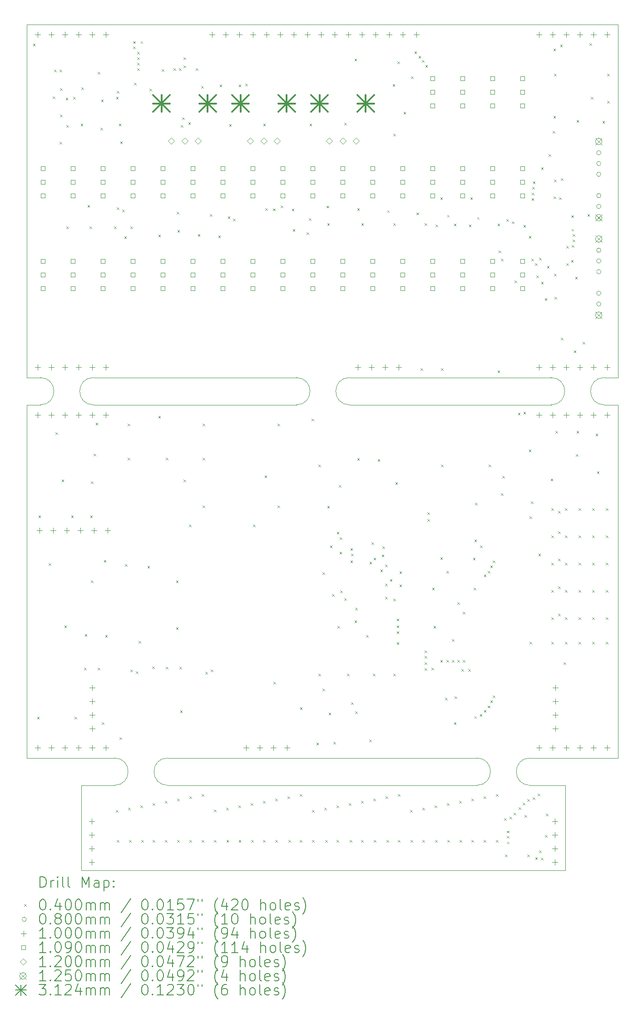
<source format=gbr>
%TF.GenerationSoftware,KiCad,Pcbnew,6.0.9*%
%TF.CreationDate,2023-02-06T16:28:08-08:00*%
%TF.ProjectId,effectpedal,65666665-6374-4706-9564-616c2e6b6963,rev?*%
%TF.SameCoordinates,Original*%
%TF.FileFunction,Drillmap*%
%TF.FilePolarity,Positive*%
%FSLAX45Y45*%
G04 Gerber Fmt 4.5, Leading zero omitted, Abs format (unit mm)*
G04 Created by KiCad (PCBNEW 6.0.9) date 2023-02-06 16:28:08*
%MOMM*%
%LPD*%
G01*
G04 APERTURE LIST*
%ADD10C,0.100000*%
%ADD11C,0.200000*%
%ADD12C,0.040000*%
%ADD13C,0.080000*%
%ADD14C,0.109000*%
%ADD15C,0.120000*%
%ADD16C,0.125000*%
%ADD17C,0.312410*%
G04 APERTURE END LIST*
D10*
X15849600Y-9131300D02*
X16103600Y-9131300D01*
X15849600Y-9639300D02*
X16103600Y-9639300D01*
X14859000Y-9131300D02*
X11099800Y-9131300D01*
X11099800Y-9639300D02*
X14859000Y-9639300D01*
X10109200Y-9131300D02*
X6324600Y-9131300D01*
X6324600Y-9639300D02*
X10109200Y-9639300D01*
X5334000Y-9131300D02*
X5080000Y-9131300D01*
X5334000Y-9639300D02*
X5080000Y-9639300D01*
X6718300Y-16217900D02*
X5080000Y-16217900D01*
X13474700Y-16217900D02*
X7708900Y-16217900D01*
X16103600Y-16217900D02*
X14465300Y-16217900D01*
X15125700Y-16725900D02*
X14465300Y-16725900D01*
X14465300Y-16217900D02*
G75*
G03*
X14465300Y-16725900I0J-254000D01*
G01*
X13474700Y-16725900D02*
G75*
G03*
X13474700Y-16217900I0J254000D01*
G01*
X7708900Y-16725900D02*
X13474700Y-16725900D01*
X6096000Y-16725900D02*
X6718300Y-16725900D01*
X6718300Y-16725900D02*
G75*
G03*
X6718300Y-16217900I0J254000D01*
G01*
X7708900Y-16217900D02*
G75*
G03*
X7708900Y-16725900I0J-254000D01*
G01*
X5334000Y-9639300D02*
G75*
G03*
X5334000Y-9131300I0J254000D01*
G01*
X6324600Y-9131300D02*
G75*
G03*
X6324600Y-9639300I0J-254000D01*
G01*
X10109200Y-9639300D02*
G75*
G03*
X10109200Y-9131300I0J254000D01*
G01*
X11099800Y-9131300D02*
G75*
G03*
X11099800Y-9639300I0J-254000D01*
G01*
X14859000Y-9639300D02*
G75*
G03*
X14859000Y-9131300I0J254000D01*
G01*
X15849600Y-9131300D02*
G75*
G03*
X15849600Y-9639300I0J-254000D01*
G01*
X16103600Y-9131300D02*
X16103600Y-2552700D01*
X6096000Y-18313400D02*
X6096000Y-16725900D01*
X5080000Y-2552700D02*
X5080000Y-9131300D01*
X16103600Y-9639300D02*
X16103600Y-16217900D01*
X16103600Y-2552700D02*
X5080000Y-2552700D01*
X15125700Y-18313400D02*
X6096000Y-18313400D01*
X15125700Y-16725900D02*
X15125700Y-18313400D01*
X5080000Y-16217900D02*
X5080000Y-9639300D01*
D11*
D12*
X5199700Y-2913700D02*
X5239700Y-2953700D01*
X5239700Y-2913700D02*
X5199700Y-2953700D01*
X5275900Y-15448600D02*
X5315900Y-15488600D01*
X5315900Y-15448600D02*
X5275900Y-15488600D01*
X5301300Y-11702100D02*
X5341300Y-11742100D01*
X5341300Y-11702100D02*
X5301300Y-11742100D01*
X5491800Y-12591100D02*
X5531800Y-12631100D01*
X5531800Y-12591100D02*
X5491800Y-12631100D01*
X5568000Y-3891600D02*
X5608000Y-3931600D01*
X5608000Y-3891600D02*
X5568000Y-3931600D01*
X5593400Y-3396300D02*
X5633400Y-3436300D01*
X5633400Y-3396300D02*
X5593400Y-3436300D01*
X5618800Y-10152700D02*
X5658800Y-10192700D01*
X5658800Y-10152700D02*
X5618800Y-10192700D01*
X5695000Y-3396250D02*
X5735000Y-3436250D01*
X5735000Y-3396250D02*
X5695000Y-3436250D01*
X5695000Y-4742500D02*
X5735000Y-4782500D01*
X5735000Y-4742500D02*
X5695000Y-4782500D01*
X5705250Y-3739200D02*
X5745250Y-3779200D01*
X5745250Y-3739200D02*
X5705250Y-3779200D01*
X5705250Y-4234500D02*
X5745250Y-4274500D01*
X5745250Y-4234500D02*
X5705250Y-4274500D01*
X5733100Y-11029000D02*
X5773100Y-11069000D01*
X5773100Y-11029000D02*
X5733100Y-11069000D01*
X5783900Y-13746800D02*
X5823900Y-13786800D01*
X5823900Y-13746800D02*
X5783900Y-13786800D01*
X5809300Y-3917000D02*
X5849300Y-3957000D01*
X5849300Y-3917000D02*
X5809300Y-3957000D01*
X5822000Y-4425000D02*
X5862000Y-4465000D01*
X5862000Y-4425000D02*
X5822000Y-4465000D01*
X5822000Y-6317300D02*
X5862000Y-6357300D01*
X5862000Y-6317300D02*
X5822000Y-6357300D01*
X5910900Y-11702100D02*
X5950900Y-11742100D01*
X5950900Y-11702100D02*
X5910900Y-11742100D01*
X5949000Y-3904300D02*
X5989000Y-3944300D01*
X5989000Y-3904300D02*
X5949000Y-3944300D01*
X5974400Y-15448600D02*
X6014400Y-15488600D01*
X6014400Y-15448600D02*
X5974400Y-15488600D01*
X6088700Y-4399600D02*
X6128700Y-4439600D01*
X6128700Y-4399600D02*
X6088700Y-4439600D01*
X6101400Y-3726500D02*
X6141400Y-3766500D01*
X6141400Y-3726500D02*
X6101400Y-3766500D01*
X6152200Y-14534200D02*
X6192200Y-14574200D01*
X6192200Y-14534200D02*
X6152200Y-14574200D01*
X6164900Y-13911900D02*
X6204900Y-13951900D01*
X6204900Y-13911900D02*
X6164900Y-13951900D01*
X6215700Y-5918350D02*
X6255700Y-5958350D01*
X6255700Y-5918350D02*
X6215700Y-5958350D01*
X6253800Y-6317300D02*
X6293800Y-6357300D01*
X6293800Y-6317300D02*
X6253800Y-6357300D01*
X6266500Y-11702100D02*
X6306500Y-11742100D01*
X6306500Y-11702100D02*
X6266500Y-11742100D01*
X6279200Y-11067100D02*
X6319200Y-11107100D01*
X6319200Y-11067100D02*
X6279200Y-11107100D01*
X6279200Y-12908600D02*
X6319200Y-12948600D01*
X6319200Y-12908600D02*
X6279200Y-12948600D01*
X6330000Y-10546400D02*
X6370000Y-10586400D01*
X6370000Y-10546400D02*
X6330000Y-10586400D01*
X6368100Y-9974900D02*
X6408100Y-10014900D01*
X6408100Y-9974900D02*
X6368100Y-10014900D01*
X6406200Y-3438250D02*
X6446200Y-3478250D01*
X6446200Y-3438250D02*
X6406200Y-3478250D01*
X6406200Y-14534200D02*
X6446200Y-14574200D01*
X6446200Y-14534200D02*
X6406200Y-14574200D01*
X6457000Y-4475800D02*
X6497000Y-4515800D01*
X6497000Y-4475800D02*
X6457000Y-4515800D01*
X6469700Y-3955100D02*
X6509700Y-3995100D01*
X6509700Y-3955100D02*
X6469700Y-3995100D01*
X6482400Y-15550200D02*
X6522400Y-15590200D01*
X6522400Y-15550200D02*
X6482400Y-15590200D01*
X6520500Y-12527600D02*
X6560500Y-12567600D01*
X6560500Y-12527600D02*
X6520500Y-12567600D01*
X6545900Y-13924600D02*
X6585900Y-13964600D01*
X6585900Y-13924600D02*
X6545900Y-13964600D01*
X6711000Y-6317300D02*
X6751000Y-6357300D01*
X6751000Y-6317300D02*
X6711000Y-6357300D01*
X6746750Y-17188500D02*
X6786750Y-17228500D01*
X6786750Y-17188500D02*
X6746750Y-17228500D01*
X6749100Y-3904300D02*
X6789100Y-3944300D01*
X6789100Y-3904300D02*
X6749100Y-3944300D01*
X6759450Y-17747300D02*
X6799450Y-17787300D01*
X6799450Y-17747300D02*
X6759450Y-17787300D01*
X6761800Y-3790000D02*
X6801800Y-3830000D01*
X6801800Y-3790000D02*
X6761800Y-3830000D01*
X6761800Y-5960350D02*
X6801800Y-6000350D01*
X6801800Y-5960350D02*
X6761800Y-6000350D01*
X6799900Y-4399600D02*
X6839900Y-4439600D01*
X6839900Y-4399600D02*
X6799900Y-4439600D01*
X6812600Y-15829600D02*
X6852600Y-15869600D01*
X6852600Y-15829600D02*
X6812600Y-15869600D01*
X6825300Y-4729800D02*
X6865300Y-4769800D01*
X6865300Y-4729800D02*
X6825300Y-4769800D01*
X6863400Y-6002350D02*
X6903400Y-6042350D01*
X6903400Y-6002350D02*
X6863400Y-6042350D01*
X6901500Y-6502350D02*
X6941500Y-6542350D01*
X6941500Y-6502350D02*
X6901500Y-6542350D01*
X6914200Y-12603800D02*
X6954200Y-12643800D01*
X6954200Y-12603800D02*
X6914200Y-12643800D01*
X6965000Y-9987600D02*
X7005000Y-10027600D01*
X7005000Y-9987600D02*
X6965000Y-10027600D01*
X6965000Y-10622600D02*
X7005000Y-10662600D01*
X7005000Y-10622600D02*
X6965000Y-10662600D01*
X6975350Y-17142950D02*
X7015350Y-17182950D01*
X7015350Y-17142950D02*
X6975350Y-17182950D01*
X6988050Y-17747300D02*
X7028050Y-17787300D01*
X7028050Y-17747300D02*
X6988050Y-17787300D01*
X7015800Y-6317300D02*
X7055800Y-6357300D01*
X7055800Y-6317300D02*
X7015800Y-6357300D01*
X7016300Y-14571800D02*
X7056300Y-14611800D01*
X7056300Y-14571800D02*
X7016300Y-14611800D01*
X7066456Y-2964644D02*
X7106456Y-3004644D01*
X7106456Y-2964644D02*
X7066456Y-3004644D01*
X7066600Y-2864450D02*
X7106600Y-2904450D01*
X7106600Y-2864450D02*
X7066600Y-2904450D01*
X7084550Y-3637600D02*
X7124550Y-3677600D01*
X7124550Y-3637600D02*
X7084550Y-3677600D01*
X7113917Y-14605778D02*
X7153917Y-14645778D01*
X7153917Y-14605778D02*
X7113917Y-14645778D01*
X7142800Y-3066100D02*
X7182800Y-3106100D01*
X7182800Y-3066100D02*
X7142800Y-3106100D01*
X7142800Y-3167700D02*
X7182800Y-3207700D01*
X7182800Y-3167700D02*
X7142800Y-3207700D01*
X7142800Y-3269300D02*
X7182800Y-3309300D01*
X7182800Y-3269300D02*
X7142800Y-3309300D01*
X7142800Y-3370900D02*
X7182800Y-3410900D01*
X7182800Y-3370900D02*
X7142800Y-3410900D01*
X7168200Y-14038900D02*
X7208200Y-14078900D01*
X7208200Y-14038900D02*
X7168200Y-14078900D01*
X7203950Y-17100950D02*
X7243950Y-17140950D01*
X7243950Y-17100950D02*
X7203950Y-17140950D01*
X7206300Y-2864450D02*
X7246300Y-2904450D01*
X7246300Y-2864450D02*
X7206300Y-2904450D01*
X7216650Y-17747300D02*
X7256650Y-17787300D01*
X7256650Y-17747300D02*
X7216650Y-17787300D01*
X7333300Y-12641900D02*
X7373300Y-12681900D01*
X7373300Y-12641900D02*
X7333300Y-12681900D01*
X7371400Y-3751900D02*
X7411400Y-3791900D01*
X7411400Y-3751900D02*
X7371400Y-3791900D01*
X7422200Y-14508800D02*
X7462200Y-14548800D01*
X7462200Y-14508800D02*
X7422200Y-14548800D01*
X7432550Y-17058950D02*
X7472550Y-17098950D01*
X7472550Y-17058950D02*
X7432550Y-17098950D01*
X7432550Y-17747300D02*
X7472550Y-17787300D01*
X7472550Y-17747300D02*
X7432550Y-17787300D01*
X7536500Y-6469700D02*
X7576500Y-6509700D01*
X7576500Y-6469700D02*
X7536500Y-6509700D01*
X7536500Y-9847900D02*
X7576500Y-9887900D01*
X7576500Y-9847900D02*
X7536500Y-9887900D01*
X7600000Y-3383600D02*
X7640000Y-3423600D01*
X7640000Y-3383600D02*
X7600000Y-3423600D01*
X7661150Y-17016950D02*
X7701150Y-17056950D01*
X7701150Y-17016950D02*
X7661150Y-17056950D01*
X7661150Y-17747300D02*
X7701150Y-17787300D01*
X7701150Y-17747300D02*
X7661150Y-17787300D01*
X7676200Y-10622600D02*
X7716200Y-10662600D01*
X7716200Y-10622600D02*
X7676200Y-10662600D01*
X7676200Y-14521500D02*
X7716200Y-14561500D01*
X7716200Y-14521500D02*
X7676200Y-14561500D01*
X7817721Y-3370893D02*
X7857721Y-3410893D01*
X7857721Y-3370893D02*
X7817721Y-3410893D01*
X7866700Y-12908600D02*
X7906700Y-12948600D01*
X7906700Y-12908600D02*
X7866700Y-12948600D01*
X7866700Y-13784900D02*
X7906700Y-13824900D01*
X7906700Y-13784900D02*
X7866700Y-13824900D01*
X7879400Y-6044350D02*
X7919400Y-6084350D01*
X7919400Y-6044350D02*
X7879400Y-6084350D01*
X7889750Y-16974950D02*
X7929750Y-17014950D01*
X7929750Y-16974950D02*
X7889750Y-17014950D01*
X7889750Y-17748050D02*
X7929750Y-17788050D01*
X7929750Y-17748050D02*
X7889750Y-17788050D01*
X7892100Y-6386050D02*
X7932100Y-6426050D01*
X7932100Y-6386050D02*
X7892100Y-6426050D01*
X7920318Y-3370893D02*
X7960318Y-3410893D01*
X7960318Y-3370893D02*
X7920318Y-3410893D01*
X7930200Y-14521500D02*
X7970200Y-14561500D01*
X7970200Y-14521500D02*
X7930200Y-14561500D01*
X7942900Y-15334300D02*
X7982900Y-15374300D01*
X7982900Y-15334300D02*
X7942900Y-15374300D01*
X7955600Y-4425000D02*
X7995600Y-4465000D01*
X7995600Y-4425000D02*
X7955600Y-4465000D01*
X7981000Y-4285300D02*
X8021000Y-4325300D01*
X8021000Y-4285300D02*
X7981000Y-4325300D01*
X8006400Y-3320100D02*
X8046400Y-3360100D01*
X8046400Y-3320100D02*
X8006400Y-3360100D01*
X8006400Y-11029000D02*
X8046400Y-11069000D01*
X8046400Y-11029000D02*
X8006400Y-11069000D01*
X8008002Y-3166098D02*
X8048002Y-3206098D01*
X8048002Y-3166098D02*
X8008002Y-3206098D01*
X8095300Y-4374200D02*
X8135300Y-4414200D01*
X8135300Y-4374200D02*
X8095300Y-4414200D01*
X8108000Y-11867200D02*
X8148000Y-11907200D01*
X8148000Y-11867200D02*
X8108000Y-11907200D01*
X8118350Y-16932950D02*
X8158350Y-16972950D01*
X8158350Y-16932950D02*
X8118350Y-16972950D01*
X8118350Y-17747300D02*
X8158350Y-17787300D01*
X8158350Y-17747300D02*
X8118350Y-17787300D01*
X8235000Y-3370900D02*
X8275000Y-3410900D01*
X8275000Y-3370900D02*
X8235000Y-3410900D01*
X8273100Y-6457000D02*
X8313100Y-6497000D01*
X8313100Y-6457000D02*
X8273100Y-6497000D01*
X8336600Y-3701100D02*
X8376600Y-3741100D01*
X8376600Y-3701100D02*
X8336600Y-3741100D01*
X8345334Y-16890950D02*
X8385334Y-16930950D01*
X8385334Y-16890950D02*
X8345334Y-16930950D01*
X8346950Y-17747300D02*
X8386950Y-17787300D01*
X8386950Y-17747300D02*
X8346950Y-17787300D01*
X8362000Y-9987600D02*
X8402000Y-10027600D01*
X8402000Y-9987600D02*
X8362000Y-10027600D01*
X8362000Y-10622600D02*
X8402000Y-10662600D01*
X8402000Y-10622600D02*
X8362000Y-10662600D01*
X8362000Y-11511600D02*
X8402000Y-11551600D01*
X8402000Y-11511600D02*
X8362000Y-11551600D01*
X8412800Y-14614150D02*
X8452800Y-14654150D01*
X8452800Y-14614150D02*
X8412800Y-14654150D01*
X8494900Y-6086350D02*
X8534900Y-6126350D01*
X8534900Y-6086350D02*
X8494900Y-6126350D01*
X8510858Y-14569150D02*
X8550858Y-14609150D01*
X8550858Y-14569150D02*
X8510858Y-14609150D01*
X8575550Y-17175800D02*
X8615550Y-17215800D01*
X8615550Y-17175800D02*
X8575550Y-17215800D01*
X8575550Y-17748050D02*
X8615550Y-17788050D01*
X8615550Y-17748050D02*
X8575550Y-17788050D01*
X8654100Y-6482400D02*
X8694100Y-6522400D01*
X8694100Y-6482400D02*
X8654100Y-6522400D01*
X8679500Y-3675700D02*
X8719500Y-3715700D01*
X8719500Y-3675700D02*
X8679500Y-3715700D01*
X8804150Y-17142950D02*
X8844150Y-17182950D01*
X8844150Y-17142950D02*
X8804150Y-17182950D01*
X8804900Y-17748050D02*
X8844900Y-17788050D01*
X8844900Y-17748050D02*
X8804900Y-17788050D01*
X8831900Y-6128350D02*
X8871900Y-6168350D01*
X8871900Y-6128350D02*
X8831900Y-6168350D01*
X8857300Y-4412300D02*
X8897300Y-4452300D01*
X8897300Y-4412300D02*
X8857300Y-4452300D01*
X8927287Y-6170350D02*
X8967287Y-6210350D01*
X8967287Y-6170350D02*
X8927287Y-6210350D01*
X9032750Y-17100950D02*
X9072750Y-17140950D01*
X9072750Y-17100950D02*
X9032750Y-17140950D01*
X9033500Y-17748050D02*
X9073500Y-17788050D01*
X9073500Y-17748050D02*
X9033500Y-17788050D01*
X9035100Y-3675700D02*
X9075100Y-3715700D01*
X9075100Y-3675700D02*
X9035100Y-3715700D01*
X9155119Y-3656019D02*
X9195119Y-3696019D01*
X9195119Y-3656019D02*
X9155119Y-3696019D01*
X9261350Y-17058950D02*
X9301350Y-17098950D01*
X9301350Y-17058950D02*
X9261350Y-17098950D01*
X9264346Y-17748050D02*
X9304346Y-17788050D01*
X9304346Y-17748050D02*
X9264346Y-17788050D01*
X9301800Y-11867200D02*
X9341800Y-11907200D01*
X9341800Y-11867200D02*
X9301800Y-11907200D01*
X9489950Y-17016950D02*
X9529950Y-17056950D01*
X9529950Y-17016950D02*
X9489950Y-17056950D01*
X9489950Y-17747300D02*
X9529950Y-17787300D01*
X9529950Y-17747300D02*
X9489950Y-17787300D01*
X9492300Y-4399600D02*
X9532300Y-4439600D01*
X9532300Y-4399600D02*
X9492300Y-4439600D01*
X9517700Y-10952800D02*
X9557700Y-10992800D01*
X9557700Y-10952800D02*
X9517700Y-10992800D01*
X9529341Y-5975459D02*
X9569341Y-6015459D01*
X9569341Y-5975459D02*
X9529341Y-6015459D01*
X9671701Y-5982294D02*
X9711701Y-6022294D01*
X9711701Y-5982294D02*
X9671701Y-6022294D01*
X9682800Y-14800900D02*
X9722800Y-14840900D01*
X9722800Y-14800900D02*
X9682800Y-14840900D01*
X9718550Y-16972600D02*
X9758550Y-17012600D01*
X9758550Y-16972600D02*
X9718550Y-17012600D01*
X9718550Y-17747300D02*
X9758550Y-17787300D01*
X9758550Y-17747300D02*
X9718550Y-17787300D01*
X9759000Y-9987600D02*
X9799000Y-10027600D01*
X9799000Y-9987600D02*
X9759000Y-10027600D01*
X9759000Y-11511600D02*
X9799000Y-11551600D01*
X9799000Y-11511600D02*
X9759000Y-11551600D01*
X9820036Y-5928850D02*
X9860036Y-5968850D01*
X9860036Y-5928850D02*
X9820036Y-5968850D01*
X9947150Y-16932950D02*
X9987150Y-16972950D01*
X9987150Y-16932950D02*
X9947150Y-16972950D01*
X9959850Y-17748050D02*
X9999850Y-17788050D01*
X9999850Y-17748050D02*
X9959850Y-17788050D01*
X10025700Y-5983753D02*
X10065700Y-6023753D01*
X10065700Y-5983753D02*
X10025700Y-6023753D01*
X10041082Y-6365418D02*
X10081082Y-6405418D01*
X10081082Y-6365418D02*
X10041082Y-6405418D01*
X10173086Y-16890950D02*
X10213086Y-16930950D01*
X10213086Y-16890950D02*
X10173086Y-16930950D01*
X10175750Y-17747300D02*
X10215750Y-17787300D01*
X10215750Y-17747300D02*
X10175750Y-17787300D01*
X10178100Y-15270800D02*
X10218100Y-15310800D01*
X10218100Y-15270800D02*
X10178100Y-15310800D01*
X10299381Y-6426350D02*
X10339381Y-6466350D01*
X10339381Y-6426350D02*
X10299381Y-6466350D01*
X10343200Y-6164900D02*
X10383200Y-6204900D01*
X10383200Y-6164900D02*
X10343200Y-6204900D01*
X10355900Y-4399600D02*
X10395900Y-4439600D01*
X10395900Y-4399600D02*
X10355900Y-4439600D01*
X10394000Y-9898700D02*
X10434000Y-9938700D01*
X10434000Y-9898700D02*
X10394000Y-9938700D01*
X10404350Y-17188500D02*
X10444350Y-17228500D01*
X10444350Y-17188500D02*
X10404350Y-17228500D01*
X10404350Y-17747300D02*
X10444350Y-17787300D01*
X10444350Y-17747300D02*
X10404350Y-17787300D01*
X10482900Y-15931200D02*
X10522900Y-15971200D01*
X10522900Y-15931200D02*
X10482900Y-15971200D01*
X10521000Y-10749600D02*
X10561000Y-10789600D01*
X10561000Y-10749600D02*
X10521000Y-10789600D01*
X10521000Y-14648500D02*
X10561000Y-14688500D01*
X10561000Y-14648500D02*
X10521000Y-14688500D01*
X10597200Y-12756200D02*
X10637200Y-12796200D01*
X10637200Y-12756200D02*
X10597200Y-12796200D01*
X10597200Y-14927900D02*
X10637200Y-14967900D01*
X10637200Y-14927900D02*
X10597200Y-14967900D01*
X10632950Y-17142950D02*
X10672950Y-17182950D01*
X10672950Y-17142950D02*
X10632950Y-17182950D01*
X10645650Y-17747300D02*
X10685650Y-17787300D01*
X10685650Y-17747300D02*
X10645650Y-17787300D01*
X10673400Y-5931050D02*
X10713400Y-5971050D01*
X10713400Y-5931050D02*
X10673400Y-5971050D01*
X10686100Y-6253800D02*
X10726100Y-6293800D01*
X10726100Y-6253800D02*
X10686100Y-6293800D01*
X10686100Y-11524300D02*
X10726100Y-11564300D01*
X10726100Y-11524300D02*
X10686100Y-11564300D01*
X10711500Y-15372400D02*
X10751500Y-15412400D01*
X10751500Y-15372400D02*
X10711500Y-15412400D01*
X10736900Y-12260900D02*
X10776900Y-12300900D01*
X10776900Y-12260900D02*
X10736900Y-12300900D01*
X10775000Y-13162600D02*
X10815000Y-13202600D01*
X10815000Y-13162600D02*
X10775000Y-13202600D01*
X10800400Y-15918500D02*
X10840400Y-15958500D01*
X10840400Y-15918500D02*
X10800400Y-15958500D01*
X10861550Y-17100950D02*
X10901550Y-17140950D01*
X10901550Y-17100950D02*
X10861550Y-17140950D01*
X10861550Y-17748050D02*
X10901550Y-17788050D01*
X10901550Y-17748050D02*
X10861550Y-17788050D01*
X10863900Y-12006900D02*
X10903900Y-12046900D01*
X10903900Y-12006900D02*
X10863900Y-12046900D01*
X10876600Y-13759500D02*
X10916600Y-13799500D01*
X10916600Y-13759500D02*
X10876600Y-13799500D01*
X10902000Y-11130600D02*
X10942000Y-11170600D01*
X10942000Y-11130600D02*
X10902000Y-11170600D01*
X10914700Y-12375200D02*
X10954700Y-12415200D01*
X10954700Y-12375200D02*
X10914700Y-12415200D01*
X10918450Y-12108500D02*
X10958450Y-12148500D01*
X10958450Y-12108500D02*
X10918450Y-12148500D01*
X10927400Y-13099100D02*
X10967400Y-13139100D01*
X10967400Y-13099100D02*
X10927400Y-13139100D01*
X11003170Y-13238370D02*
X11043170Y-13278370D01*
X11043170Y-13238370D02*
X11003170Y-13278370D01*
X11003600Y-4386900D02*
X11043600Y-4426900D01*
X11043600Y-4386900D02*
X11003600Y-4426900D01*
X11054400Y-14648500D02*
X11094400Y-14688500D01*
X11094400Y-14648500D02*
X11054400Y-14688500D01*
X11090150Y-17058950D02*
X11130150Y-17098950D01*
X11130150Y-17058950D02*
X11090150Y-17098950D01*
X11102850Y-17748050D02*
X11142850Y-17788050D01*
X11142850Y-17748050D02*
X11102850Y-17788050D01*
X11117900Y-12311700D02*
X11157900Y-12351700D01*
X11157900Y-12311700D02*
X11117900Y-12351700D01*
X11117900Y-12540300D02*
X11157900Y-12580300D01*
X11157900Y-12540300D02*
X11117900Y-12580300D01*
X11130600Y-12413300D02*
X11170600Y-12453300D01*
X11170600Y-12413300D02*
X11130600Y-12453300D01*
X11130600Y-15181900D02*
X11170600Y-15221900D01*
X11170600Y-15181900D02*
X11130600Y-15221900D01*
X11194100Y-3193100D02*
X11234100Y-3233100D01*
X11234100Y-3193100D02*
X11194100Y-3233100D01*
X11194100Y-13657900D02*
X11234100Y-13697900D01*
X11234100Y-13657900D02*
X11194100Y-13697900D01*
X11206800Y-13416600D02*
X11246800Y-13456600D01*
X11246800Y-13416600D02*
X11206800Y-13456600D01*
X11206800Y-15347000D02*
X11246800Y-15387000D01*
X11246800Y-15347000D02*
X11206800Y-15387000D01*
X11244900Y-5974400D02*
X11284900Y-6014400D01*
X11284900Y-5974400D02*
X11244900Y-6014400D01*
X11244900Y-10635300D02*
X11284900Y-10675300D01*
X11284900Y-10635300D02*
X11244900Y-10675300D01*
X11318750Y-17016950D02*
X11358750Y-17056950D01*
X11358750Y-17016950D02*
X11318750Y-17056950D01*
X11318750Y-17747300D02*
X11358750Y-17787300D01*
X11358750Y-17747300D02*
X11318750Y-17787300D01*
X11321100Y-6253800D02*
X11361100Y-6293800D01*
X11361100Y-6253800D02*
X11321100Y-6293800D01*
X11410000Y-13924600D02*
X11450000Y-13964600D01*
X11450000Y-13924600D02*
X11410000Y-13964600D01*
X11466720Y-15874480D02*
X11506720Y-15914480D01*
X11506720Y-15874480D02*
X11466720Y-15914480D01*
X11473500Y-12565700D02*
X11513500Y-12605700D01*
X11513500Y-12565700D02*
X11473500Y-12605700D01*
X11511600Y-12197400D02*
X11551600Y-12237400D01*
X11551600Y-12197400D02*
X11511600Y-12237400D01*
X11537000Y-14648500D02*
X11577000Y-14688500D01*
X11577000Y-14648500D02*
X11537000Y-14688500D01*
X11547350Y-16974950D02*
X11587350Y-17014950D01*
X11587350Y-16974950D02*
X11547350Y-17014950D01*
X11549700Y-12489500D02*
X11589700Y-12529500D01*
X11589700Y-12489500D02*
X11549700Y-12529500D01*
X11550346Y-17748050D02*
X11590346Y-17788050D01*
X11590346Y-17748050D02*
X11550346Y-17788050D01*
X11625900Y-10648000D02*
X11665900Y-10688000D01*
X11665900Y-10648000D02*
X11625900Y-10688000D01*
X11676270Y-12704970D02*
X11716270Y-12744970D01*
X11716270Y-12704970D02*
X11676270Y-12744970D01*
X11702100Y-12426000D02*
X11742100Y-12466000D01*
X11742100Y-12426000D02*
X11702100Y-12466000D01*
X11714800Y-12273600D02*
X11754800Y-12313600D01*
X11754800Y-12273600D02*
X11714800Y-12313600D01*
X11765170Y-12616070D02*
X11805170Y-12656070D01*
X11805170Y-12616070D02*
X11765170Y-12656070D01*
X11765600Y-12972100D02*
X11805600Y-13012100D01*
X11805600Y-12972100D02*
X11765600Y-13012100D01*
X11765600Y-13213400D02*
X11805600Y-13253400D01*
X11805600Y-13213400D02*
X11765600Y-13253400D01*
X11775950Y-16932950D02*
X11815950Y-16972950D01*
X11815950Y-16932950D02*
X11775950Y-16972950D01*
X11789400Y-17748050D02*
X11829400Y-17788050D01*
X11829400Y-17748050D02*
X11789400Y-17788050D01*
X11803700Y-6015050D02*
X11843700Y-6055050D01*
X11843700Y-6015050D02*
X11803700Y-6055050D01*
X11854500Y-12883200D02*
X11894500Y-12923200D01*
X11894500Y-12883200D02*
X11854500Y-12923200D01*
X11905300Y-3663000D02*
X11945300Y-3703000D01*
X11945300Y-3663000D02*
X11905300Y-3703000D01*
X11918000Y-4590100D02*
X11958000Y-4630100D01*
X11958000Y-4590100D02*
X11918000Y-4630100D01*
X11918000Y-6253800D02*
X11958000Y-6293800D01*
X11958000Y-6253800D02*
X11918000Y-6293800D01*
X11918000Y-13251500D02*
X11958000Y-13291500D01*
X11958000Y-13251500D02*
X11918000Y-13291500D01*
X11918000Y-14648500D02*
X11958000Y-14688500D01*
X11958000Y-14648500D02*
X11918000Y-14688500D01*
X11956100Y-11079800D02*
X11996100Y-11119800D01*
X11996100Y-11079800D02*
X11956100Y-11119800D01*
X11981500Y-13619800D02*
X12021500Y-13659800D01*
X12021500Y-13619800D02*
X11981500Y-13659800D01*
X11981500Y-13746800D02*
X12021500Y-13786800D01*
X12021500Y-13746800D02*
X11981500Y-13786800D01*
X11981500Y-13861100D02*
X12021500Y-13901100D01*
X12021500Y-13861100D02*
X11981500Y-13901100D01*
X11981500Y-14064300D02*
X12021500Y-14104300D01*
X12021500Y-14064300D02*
X11981500Y-14104300D01*
X11994200Y-3243900D02*
X12034200Y-3283900D01*
X12034200Y-3243900D02*
X11994200Y-3283900D01*
X12004550Y-16890950D02*
X12044550Y-16930950D01*
X12044550Y-16890950D02*
X12004550Y-16930950D01*
X12004550Y-17748050D02*
X12044550Y-17788050D01*
X12044550Y-17748050D02*
X12004550Y-17788050D01*
X12032300Y-12743500D02*
X12072300Y-12783500D01*
X12072300Y-12743500D02*
X12032300Y-12783500D01*
X12032300Y-12984800D02*
X12072300Y-13024800D01*
X12072300Y-12984800D02*
X12032300Y-13024800D01*
X12108500Y-4183700D02*
X12148500Y-4223700D01*
X12148500Y-4183700D02*
X12108500Y-4223700D01*
X12233150Y-17188500D02*
X12273150Y-17228500D01*
X12273150Y-17188500D02*
X12233150Y-17228500D01*
X12239965Y-17742650D02*
X12279965Y-17782650D01*
X12279965Y-17742650D02*
X12239965Y-17782650D01*
X12248200Y-3523300D02*
X12288200Y-3563300D01*
X12288200Y-3523300D02*
X12248200Y-3563300D01*
X12311700Y-3053400D02*
X12351700Y-3093400D01*
X12351700Y-3053400D02*
X12311700Y-3093400D01*
X12349800Y-6057050D02*
X12389800Y-6097050D01*
X12389800Y-6057050D02*
X12349800Y-6097050D01*
X12387900Y-3142300D02*
X12427900Y-3182300D01*
X12427900Y-3142300D02*
X12387900Y-3182300D01*
X12426000Y-8958900D02*
X12466000Y-8998900D01*
X12466000Y-8958900D02*
X12426000Y-8998900D01*
X12451887Y-3219084D02*
X12491887Y-3259084D01*
X12491887Y-3219084D02*
X12451887Y-3259084D01*
X12461750Y-17142950D02*
X12501750Y-17182950D01*
X12501750Y-17142950D02*
X12461750Y-17182950D01*
X12461750Y-17742650D02*
X12501750Y-17782650D01*
X12501750Y-17742650D02*
X12461750Y-17782650D01*
X12502200Y-6253800D02*
X12542200Y-6293800D01*
X12542200Y-6253800D02*
X12502200Y-6293800D01*
X12502200Y-14214250D02*
X12542200Y-14254250D01*
X12542200Y-14214250D02*
X12502200Y-14254250D01*
X12502200Y-14318300D02*
X12542200Y-14358300D01*
X12542200Y-14318300D02*
X12502200Y-14358300D01*
X12502200Y-14432600D02*
X12542200Y-14472600D01*
X12542200Y-14432600D02*
X12502200Y-14472600D01*
X12502200Y-14546900D02*
X12542200Y-14586900D01*
X12542200Y-14546900D02*
X12502200Y-14586900D01*
X12514900Y-3307400D02*
X12554900Y-3347400D01*
X12554900Y-3307400D02*
X12514900Y-3347400D01*
X12553000Y-11638600D02*
X12593000Y-11678600D01*
X12593000Y-11638600D02*
X12553000Y-11678600D01*
X12553000Y-11765600D02*
X12593000Y-11805600D01*
X12593000Y-11765600D02*
X12553000Y-11805600D01*
X12629200Y-14534200D02*
X12669200Y-14574200D01*
X12669200Y-14534200D02*
X12629200Y-14574200D01*
X12641900Y-13048300D02*
X12681900Y-13088300D01*
X12681900Y-13048300D02*
X12641900Y-13088300D01*
X12667300Y-13759500D02*
X12707300Y-13799500D01*
X12707300Y-13759500D02*
X12667300Y-13799500D01*
X12690350Y-17100950D02*
X12730350Y-17140950D01*
X12730350Y-17100950D02*
X12690350Y-17140950D01*
X12695000Y-17742650D02*
X12735000Y-17782650D01*
X12735000Y-17742650D02*
X12695000Y-17782650D01*
X12705400Y-6279200D02*
X12745400Y-6319200D01*
X12745400Y-6279200D02*
X12705400Y-6319200D01*
X12794300Y-5771200D02*
X12834300Y-5811200D01*
X12834300Y-5771200D02*
X12794300Y-5811200D01*
X12794300Y-12476800D02*
X12834300Y-12516800D01*
X12834300Y-12476800D02*
X12794300Y-12516800D01*
X12794300Y-14394500D02*
X12834300Y-14434500D01*
X12834300Y-14394500D02*
X12794300Y-14434500D01*
X12807000Y-8958900D02*
X12847000Y-8998900D01*
X12847000Y-8958900D02*
X12807000Y-8998900D01*
X12807000Y-10749600D02*
X12847000Y-10789600D01*
X12847000Y-10749600D02*
X12807000Y-10789600D01*
X12883200Y-15093000D02*
X12923200Y-15133000D01*
X12923200Y-15093000D02*
X12883200Y-15133000D01*
X12908600Y-12730800D02*
X12948600Y-12770800D01*
X12948600Y-12730800D02*
X12908600Y-12770800D01*
X12908600Y-14394500D02*
X12948600Y-14434500D01*
X12948600Y-14394500D02*
X12908600Y-14434500D01*
X12918950Y-17058950D02*
X12958950Y-17098950D01*
X12958950Y-17058950D02*
X12918950Y-17098950D01*
X12921300Y-6099050D02*
X12961300Y-6139050D01*
X12961300Y-6099050D02*
X12921300Y-6139050D01*
X12923600Y-17742650D02*
X12963600Y-17782650D01*
X12963600Y-17742650D02*
X12923600Y-17782650D01*
X13010200Y-14000800D02*
X13050200Y-14040800D01*
X13050200Y-14000800D02*
X13010200Y-14040800D01*
X13010200Y-14394500D02*
X13050200Y-14434500D01*
X13050200Y-14394500D02*
X13010200Y-14434500D01*
X13048300Y-6266500D02*
X13088300Y-6306500D01*
X13088300Y-6266500D02*
X13048300Y-6306500D01*
X13048300Y-15550200D02*
X13088300Y-15590200D01*
X13088300Y-15550200D02*
X13048300Y-15590200D01*
X13061000Y-15067600D02*
X13101000Y-15107600D01*
X13101000Y-15067600D02*
X13061000Y-15107600D01*
X13110150Y-14394500D02*
X13150150Y-14434500D01*
X13150150Y-14394500D02*
X13110150Y-14434500D01*
X13111800Y-13315000D02*
X13151800Y-13355000D01*
X13151800Y-13315000D02*
X13111800Y-13355000D01*
X13147550Y-17016950D02*
X13187550Y-17056950D01*
X13187550Y-17016950D02*
X13147550Y-17056950D01*
X13152200Y-17742650D02*
X13192200Y-17782650D01*
X13192200Y-17742650D02*
X13152200Y-17782650D01*
X13188000Y-14559600D02*
X13228000Y-14599600D01*
X13228000Y-14559600D02*
X13188000Y-14599600D01*
X13213400Y-13492800D02*
X13253400Y-13532800D01*
X13253400Y-13492800D02*
X13213400Y-13532800D01*
X13213400Y-14394500D02*
X13253400Y-14434500D01*
X13253400Y-14394500D02*
X13213400Y-14434500D01*
X13315000Y-14559600D02*
X13355000Y-14599600D01*
X13355000Y-14559600D02*
X13315000Y-14599600D01*
X13327700Y-6279200D02*
X13367700Y-6319200D01*
X13367700Y-6279200D02*
X13327700Y-6319200D01*
X13353100Y-5771200D02*
X13393100Y-5811200D01*
X13393100Y-5771200D02*
X13353100Y-5811200D01*
X13376150Y-16974950D02*
X13416150Y-17014950D01*
X13416150Y-16974950D02*
X13376150Y-17014950D01*
X13376150Y-17742650D02*
X13416150Y-17782650D01*
X13416150Y-17742650D02*
X13376150Y-17782650D01*
X13403900Y-12489500D02*
X13443900Y-12529500D01*
X13443900Y-12489500D02*
X13403900Y-12529500D01*
X13416600Y-13048300D02*
X13456600Y-13088300D01*
X13456600Y-13048300D02*
X13416600Y-13088300D01*
X13429300Y-12150350D02*
X13469300Y-12190350D01*
X13469300Y-12150350D02*
X13429300Y-12190350D01*
X13429300Y-15439050D02*
X13469300Y-15479050D01*
X13469300Y-15439050D02*
X13429300Y-15479050D01*
X13442000Y-11460800D02*
X13482000Y-11500800D01*
X13482000Y-11460800D02*
X13442000Y-11500800D01*
X13480100Y-6141050D02*
X13520100Y-6181050D01*
X13520100Y-6141050D02*
X13480100Y-6181050D01*
X13530900Y-15397800D02*
X13570900Y-15437800D01*
X13570900Y-15397800D02*
X13530900Y-15437800D01*
X13534650Y-12261330D02*
X13574650Y-12301330D01*
X13574650Y-12261330D02*
X13534650Y-12301330D01*
X13604750Y-16932950D02*
X13644750Y-16972950D01*
X13644750Y-16932950D02*
X13604750Y-16972950D01*
X13604750Y-17742650D02*
X13644750Y-17782650D01*
X13644750Y-17742650D02*
X13604750Y-17782650D01*
X13607100Y-12799350D02*
X13647100Y-12839350D01*
X13647100Y-12799350D02*
X13607100Y-12839350D01*
X13607100Y-15321600D02*
X13647100Y-15361600D01*
X13647100Y-15321600D02*
X13607100Y-15361600D01*
X13679550Y-15244816D02*
X13719550Y-15284816D01*
X13719550Y-15244816D02*
X13679550Y-15284816D01*
X13679703Y-12730656D02*
X13719703Y-12770656D01*
X13719703Y-12730656D02*
X13679703Y-12770656D01*
X13696000Y-10749600D02*
X13736000Y-10789600D01*
X13736000Y-10749600D02*
X13696000Y-10789600D01*
X13724550Y-12629200D02*
X13764550Y-12669200D01*
X13764550Y-12629200D02*
X13724550Y-12669200D01*
X13724550Y-15147454D02*
X13764550Y-15187454D01*
X13764550Y-15147454D02*
X13724550Y-15187454D01*
X13769550Y-15050272D02*
X13809550Y-15090272D01*
X13809550Y-15050272D02*
X13769550Y-15090272D01*
X13769690Y-12540024D02*
X13809690Y-12580024D01*
X13809690Y-12540024D02*
X13769690Y-12580024D01*
X13833350Y-16890950D02*
X13873350Y-16930950D01*
X13873350Y-16890950D02*
X13833350Y-16930950D01*
X13833350Y-17742650D02*
X13873350Y-17782650D01*
X13873350Y-17742650D02*
X13833350Y-17782650D01*
X13861100Y-6266500D02*
X13901100Y-6306500D01*
X13901100Y-6266500D02*
X13861100Y-6306500D01*
X13861100Y-8997000D02*
X13901100Y-9037000D01*
X13901100Y-8997000D02*
X13861100Y-9037000D01*
X13884028Y-6764272D02*
X13924028Y-6804272D01*
X13924028Y-6764272D02*
X13884028Y-6804272D01*
X13924600Y-6914200D02*
X13964600Y-6954200D01*
X13964600Y-6914200D02*
X13924600Y-6954200D01*
X13924600Y-11283000D02*
X13964600Y-11323000D01*
X13964600Y-11283000D02*
X13924600Y-11323000D01*
X13950000Y-10965500D02*
X13990000Y-11005500D01*
X13990000Y-10965500D02*
X13950000Y-11005500D01*
X13985750Y-17340900D02*
X14025750Y-17380900D01*
X14025750Y-17340900D02*
X13985750Y-17380900D01*
X13998450Y-18014000D02*
X14038450Y-18054000D01*
X14038450Y-18014000D02*
X13998450Y-18054000D01*
X14026200Y-6183050D02*
X14066200Y-6223050D01*
X14066200Y-6183050D02*
X14026200Y-6223050D01*
X14036550Y-17571150D02*
X14076550Y-17611150D01*
X14076550Y-17571150D02*
X14036550Y-17611150D01*
X14036550Y-17671100D02*
X14076550Y-17711100D01*
X14076550Y-17671100D02*
X14036550Y-17711100D01*
X14036944Y-17774356D02*
X14076944Y-17814356D01*
X14076944Y-17774356D02*
X14036944Y-17814356D01*
X14087350Y-17315500D02*
X14127350Y-17355500D01*
X14127350Y-17315500D02*
X14087350Y-17355500D01*
X14124104Y-6225050D02*
X14164104Y-6265050D01*
X14164104Y-6225050D02*
X14124104Y-6265050D01*
X14163550Y-17239300D02*
X14203550Y-17279300D01*
X14203550Y-17239300D02*
X14163550Y-17279300D01*
X14175704Y-7323496D02*
X14215704Y-7363496D01*
X14215704Y-7323496D02*
X14175704Y-7363496D01*
X14242100Y-9784400D02*
X14282100Y-9824400D01*
X14282100Y-9784400D02*
X14242100Y-9824400D01*
X14252450Y-17137700D02*
X14292450Y-17177700D01*
X14292450Y-17137700D02*
X14252450Y-17177700D01*
X14328650Y-17048800D02*
X14368650Y-17088800D01*
X14368650Y-17048800D02*
X14328650Y-17088800D01*
X14343700Y-6291900D02*
X14383700Y-6331900D01*
X14383700Y-6291900D02*
X14343700Y-6331900D01*
X14343700Y-9771700D02*
X14383700Y-9811700D01*
X14383700Y-9771700D02*
X14343700Y-9811700D01*
X14366750Y-17277400D02*
X14406750Y-17317400D01*
X14406750Y-17277400D02*
X14366750Y-17317400D01*
X14417550Y-16985300D02*
X14457550Y-17025300D01*
X14457550Y-16985300D02*
X14417550Y-17025300D01*
X14417550Y-18014000D02*
X14457550Y-18054000D01*
X14457550Y-18014000D02*
X14417550Y-18054000D01*
X14445300Y-6495100D02*
X14485300Y-6535100D01*
X14485300Y-6495100D02*
X14445300Y-6535100D01*
X14445300Y-10470200D02*
X14485300Y-10510200D01*
X14485300Y-10470200D02*
X14445300Y-10510200D01*
X14458000Y-11714800D02*
X14498000Y-11754800D01*
X14498000Y-11714800D02*
X14458000Y-11754800D01*
X14458000Y-14051600D02*
X14498000Y-14091600D01*
X14498000Y-14051600D02*
X14458000Y-14091600D01*
X14483400Y-11435400D02*
X14523400Y-11475400D01*
X14523400Y-11435400D02*
X14483400Y-11475400D01*
X14488650Y-6914200D02*
X14528650Y-6954200D01*
X14528650Y-6914200D02*
X14488650Y-6954200D01*
X14496100Y-5789150D02*
X14536100Y-5829150D01*
X14536100Y-5789150D02*
X14496100Y-5829150D01*
X14501819Y-5688019D02*
X14541819Y-5728019D01*
X14541819Y-5688019D02*
X14501819Y-5728019D01*
X14508800Y-5580700D02*
X14548800Y-5620700D01*
X14548800Y-5580700D02*
X14508800Y-5620700D01*
X14519150Y-16947200D02*
X14559150Y-16987200D01*
X14559150Y-16947200D02*
X14519150Y-16987200D01*
X14521500Y-5479100D02*
X14561500Y-5519100D01*
X14561500Y-5479100D02*
X14521500Y-5519100D01*
X14559600Y-7003100D02*
X14599600Y-7043100D01*
X14599600Y-7003100D02*
X14559600Y-7043100D01*
X14562374Y-18069924D02*
X14602374Y-18109924D01*
X14602374Y-18069924D02*
X14562374Y-18109924D01*
X14585000Y-7231700D02*
X14625000Y-7271700D01*
X14625000Y-7231700D02*
X14585000Y-7271700D01*
X14608050Y-16883700D02*
X14648050Y-16923700D01*
X14648050Y-16883700D02*
X14608050Y-16923700D01*
X14623100Y-12413300D02*
X14663100Y-12453300D01*
X14663100Y-12413300D02*
X14623100Y-12453300D01*
X14633450Y-17937800D02*
X14673450Y-17977800D01*
X14673450Y-17937800D02*
X14633450Y-17977800D01*
X14635800Y-6901500D02*
X14675800Y-6941500D01*
X14675800Y-6901500D02*
X14635800Y-6941500D01*
X14671550Y-18077500D02*
X14711550Y-18117500D01*
X14711550Y-18077500D02*
X14671550Y-18117500D01*
X14673900Y-5212400D02*
X14713900Y-5252400D01*
X14713900Y-5212400D02*
X14673900Y-5252400D01*
X14673900Y-7346000D02*
X14713900Y-7386000D01*
X14713900Y-7346000D02*
X14673900Y-7386000D01*
X14741846Y-7653050D02*
X14781846Y-7693050D01*
X14781846Y-7653050D02*
X14741846Y-7693050D01*
X14747206Y-17651257D02*
X14787206Y-17691257D01*
X14787206Y-17651257D02*
X14747206Y-17691257D01*
X14760450Y-17252000D02*
X14800450Y-17292000D01*
X14800450Y-17252000D02*
X14760450Y-17292000D01*
X14782950Y-7053900D02*
X14822950Y-7093900D01*
X14822950Y-7053900D02*
X14782950Y-7093900D01*
X14813600Y-4971100D02*
X14853600Y-5011100D01*
X14853600Y-4971100D02*
X14813600Y-5011100D01*
X14851700Y-11016300D02*
X14891700Y-11056300D01*
X14891700Y-11016300D02*
X14851700Y-11056300D01*
X14864400Y-11562400D02*
X14904400Y-11602400D01*
X14904400Y-11562400D02*
X14864400Y-11602400D01*
X14864400Y-12070400D02*
X14904400Y-12110400D01*
X14904400Y-12070400D02*
X14864400Y-12110400D01*
X14864400Y-12578400D02*
X14904400Y-12618400D01*
X14904400Y-12578400D02*
X14864400Y-12618400D01*
X14864400Y-13086400D02*
X14904400Y-13126400D01*
X14904400Y-13086400D02*
X14864400Y-13126400D01*
X14864400Y-13594400D02*
X14904400Y-13634400D01*
X14904400Y-13594400D02*
X14864400Y-13634400D01*
X14864400Y-14051600D02*
X14904400Y-14091600D01*
X14904400Y-14051600D02*
X14864400Y-14091600D01*
X14889800Y-4539300D02*
X14929800Y-4579300D01*
X14929800Y-4539300D02*
X14889800Y-4579300D01*
X14902500Y-3005150D02*
X14942500Y-3045150D01*
X14942500Y-3005150D02*
X14902500Y-3045150D01*
X14902500Y-4259900D02*
X14942500Y-4299900D01*
X14942500Y-4259900D02*
X14902500Y-4299900D01*
X14904312Y-5756688D02*
X14944312Y-5796688D01*
X14944312Y-5756688D02*
X14904312Y-5796688D01*
X14915200Y-3472500D02*
X14955200Y-3512500D01*
X14955200Y-3472500D02*
X14915200Y-3512500D01*
X14915200Y-5441000D02*
X14955200Y-5481000D01*
X14955200Y-5441000D02*
X14915200Y-5481000D01*
X14915200Y-7193600D02*
X14955200Y-7233600D01*
X14955200Y-7193600D02*
X14915200Y-7233600D01*
X14922800Y-7625559D02*
X14962800Y-7665559D01*
X14962800Y-7625559D02*
X14922800Y-7665559D01*
X14940600Y-10127300D02*
X14980600Y-10167300D01*
X14980600Y-10127300D02*
X14940600Y-10167300D01*
X14991400Y-11613200D02*
X15031400Y-11653200D01*
X15031400Y-11613200D02*
X14991400Y-11653200D01*
X14991400Y-11994200D02*
X15031400Y-12034200D01*
X15031400Y-11994200D02*
X14991400Y-12034200D01*
X14991400Y-12502200D02*
X15031400Y-12542200D01*
X15031400Y-12502200D02*
X14991400Y-12542200D01*
X14991400Y-13022900D02*
X15031400Y-13062900D01*
X15031400Y-13022900D02*
X14991400Y-13062900D01*
X14991400Y-13530900D02*
X15031400Y-13570900D01*
X15031400Y-13530900D02*
X14991400Y-13570900D01*
X15009900Y-5771200D02*
X15049900Y-5811200D01*
X15049900Y-5771200D02*
X15009900Y-5811200D01*
X15029500Y-2926400D02*
X15069500Y-2966400D01*
X15069500Y-2926400D02*
X15029500Y-2966400D01*
X15042200Y-5415600D02*
X15082200Y-5455600D01*
X15082200Y-5415600D02*
X15042200Y-5455600D01*
X15042200Y-8387400D02*
X15082200Y-8427400D01*
X15082200Y-8387400D02*
X15042200Y-8427400D01*
X15093000Y-14432600D02*
X15133000Y-14472600D01*
X15133000Y-14432600D02*
X15093000Y-14472600D01*
X15118400Y-11562400D02*
X15158400Y-11602400D01*
X15158400Y-11562400D02*
X15118400Y-11602400D01*
X15118400Y-12070400D02*
X15158400Y-12110400D01*
X15158400Y-12070400D02*
X15118400Y-12110400D01*
X15118400Y-12578400D02*
X15158400Y-12618400D01*
X15158400Y-12578400D02*
X15118400Y-12618400D01*
X15118400Y-13086400D02*
X15158400Y-13126400D01*
X15158400Y-13086400D02*
X15118400Y-13126400D01*
X15118400Y-13594400D02*
X15158400Y-13634400D01*
X15158400Y-13594400D02*
X15118400Y-13634400D01*
X15118400Y-14051600D02*
X15158400Y-14091600D01*
X15158400Y-14051600D02*
X15118400Y-14091600D01*
X15143800Y-7003100D02*
X15183800Y-7043100D01*
X15183800Y-7003100D02*
X15143800Y-7043100D01*
X15145123Y-6680350D02*
X15185123Y-6720350D01*
X15185123Y-6680350D02*
X15145123Y-6720350D01*
X15232700Y-6939600D02*
X15272700Y-6979600D01*
X15272700Y-6939600D02*
X15232700Y-6979600D01*
X15235800Y-6108571D02*
X15275800Y-6148571D01*
X15275800Y-6108571D02*
X15235800Y-6148571D01*
X15241403Y-6361021D02*
X15281403Y-6401021D01*
X15281403Y-6361021D02*
X15241403Y-6401021D01*
X15245400Y-6660200D02*
X15285400Y-6700200D01*
X15285400Y-6660200D02*
X15245400Y-6700200D01*
X15258479Y-6560810D02*
X15298479Y-6600810D01*
X15298479Y-6560810D02*
X15258479Y-6600810D01*
X15261171Y-6459640D02*
X15301171Y-6499640D01*
X15301171Y-6459640D02*
X15261171Y-6499640D01*
X15283500Y-8628700D02*
X15323500Y-8668700D01*
X15323500Y-8628700D02*
X15283500Y-8668700D01*
X15308900Y-7257100D02*
X15348900Y-7297100D01*
X15348900Y-7257100D02*
X15308900Y-7297100D01*
X15321600Y-10559100D02*
X15361600Y-10599100D01*
X15361600Y-10559100D02*
X15321600Y-10599100D01*
X15334300Y-4336100D02*
X15374300Y-4376100D01*
X15374300Y-4336100D02*
X15334300Y-4376100D01*
X15334300Y-10127300D02*
X15374300Y-10167300D01*
X15374300Y-10127300D02*
X15334300Y-10167300D01*
X15372400Y-11562400D02*
X15412400Y-11602400D01*
X15412400Y-11562400D02*
X15372400Y-11602400D01*
X15372400Y-12070400D02*
X15412400Y-12110400D01*
X15412400Y-12070400D02*
X15372400Y-12110400D01*
X15372400Y-12578400D02*
X15412400Y-12618400D01*
X15412400Y-12578400D02*
X15372400Y-12618400D01*
X15372400Y-13086400D02*
X15412400Y-13126400D01*
X15412400Y-13086400D02*
X15372400Y-13126400D01*
X15372400Y-13594400D02*
X15412400Y-13634400D01*
X15412400Y-13594400D02*
X15372400Y-13634400D01*
X15372400Y-14051600D02*
X15412400Y-14091600D01*
X15412400Y-14051600D02*
X15372400Y-14091600D01*
X15448600Y-8463600D02*
X15488600Y-8503600D01*
X15488600Y-8463600D02*
X15448600Y-8503600D01*
X15537500Y-6088700D02*
X15577500Y-6128700D01*
X15577500Y-6088700D02*
X15537500Y-6128700D01*
X15575600Y-2901000D02*
X15615600Y-2941000D01*
X15615600Y-2901000D02*
X15575600Y-2941000D01*
X15601000Y-3904300D02*
X15641000Y-3944300D01*
X15641000Y-3904300D02*
X15601000Y-3944300D01*
X15626400Y-11562400D02*
X15666400Y-11602400D01*
X15666400Y-11562400D02*
X15626400Y-11602400D01*
X15626400Y-12070400D02*
X15666400Y-12110400D01*
X15666400Y-12070400D02*
X15626400Y-12110400D01*
X15626400Y-12578400D02*
X15666400Y-12618400D01*
X15666400Y-12578400D02*
X15626400Y-12618400D01*
X15626400Y-13086400D02*
X15666400Y-13126400D01*
X15666400Y-13086400D02*
X15626400Y-13126400D01*
X15626400Y-13594400D02*
X15666400Y-13634400D01*
X15666400Y-13594400D02*
X15626400Y-13634400D01*
X15626400Y-14051600D02*
X15666400Y-14091600D01*
X15666400Y-14051600D02*
X15626400Y-14091600D01*
X15689900Y-10178100D02*
X15729900Y-10218100D01*
X15729900Y-10178100D02*
X15689900Y-10218100D01*
X15715300Y-10876600D02*
X15755300Y-10916600D01*
X15755300Y-10876600D02*
X15715300Y-10916600D01*
X15816900Y-4348800D02*
X15856900Y-4388800D01*
X15856900Y-4348800D02*
X15816900Y-4388800D01*
X15880400Y-11562400D02*
X15920400Y-11602400D01*
X15920400Y-11562400D02*
X15880400Y-11602400D01*
X15880400Y-12070400D02*
X15920400Y-12110400D01*
X15920400Y-12070400D02*
X15880400Y-12110400D01*
X15880400Y-12578400D02*
X15920400Y-12618400D01*
X15920400Y-12578400D02*
X15880400Y-12618400D01*
X15880400Y-13086400D02*
X15920400Y-13126400D01*
X15920400Y-13086400D02*
X15880400Y-13126400D01*
X15880400Y-13594400D02*
X15920400Y-13634400D01*
X15920400Y-13594400D02*
X15880400Y-13634400D01*
X15880400Y-14051600D02*
X15920400Y-14091600D01*
X15920400Y-14051600D02*
X15880400Y-14091600D01*
X15905800Y-3472500D02*
X15945800Y-3512500D01*
X15945800Y-3472500D02*
X15905800Y-3512500D01*
X15905800Y-3980500D02*
X15945800Y-4020500D01*
X15945800Y-3980500D02*
X15905800Y-4020500D01*
D13*
X15788000Y-4943600D02*
G75*
G03*
X15788000Y-4943600I-40000J0D01*
G01*
X15788000Y-5143600D02*
G75*
G03*
X15788000Y-5143600I-40000J0D01*
G01*
X15788000Y-5343600D02*
G75*
G03*
X15788000Y-5343600I-40000J0D01*
G01*
X15788000Y-5743600D02*
G75*
G03*
X15788000Y-5743600I-40000J0D01*
G01*
X15788000Y-5943600D02*
G75*
G03*
X15788000Y-5943600I-40000J0D01*
G01*
X15788000Y-6759700D02*
G75*
G03*
X15788000Y-6759700I-40000J0D01*
G01*
X15788000Y-6959700D02*
G75*
G03*
X15788000Y-6959700I-40000J0D01*
G01*
X15788000Y-7159700D02*
G75*
G03*
X15788000Y-7159700I-40000J0D01*
G01*
X15788000Y-7559700D02*
G75*
G03*
X15788000Y-7559700I-40000J0D01*
G01*
X15788000Y-7759700D02*
G75*
G03*
X15788000Y-7759700I-40000J0D01*
G01*
D10*
X5283200Y-2693200D02*
X5283200Y-2793200D01*
X5233200Y-2743200D02*
X5333200Y-2743200D01*
X5283200Y-8890800D02*
X5283200Y-8990800D01*
X5233200Y-8940800D02*
X5333200Y-8940800D01*
X5283200Y-9777300D02*
X5283200Y-9877300D01*
X5233200Y-9827300D02*
X5333200Y-9827300D01*
X5283200Y-15974900D02*
X5283200Y-16074900D01*
X5233200Y-16024900D02*
X5333200Y-16024900D01*
X5321300Y-11926100D02*
X5321300Y-12026100D01*
X5271300Y-11976100D02*
X5371300Y-11976100D01*
X5537200Y-2693200D02*
X5537200Y-2793200D01*
X5487200Y-2743200D02*
X5587200Y-2743200D01*
X5537200Y-8890800D02*
X5537200Y-8990800D01*
X5487200Y-8940800D02*
X5587200Y-8940800D01*
X5537200Y-9777300D02*
X5537200Y-9877300D01*
X5487200Y-9827300D02*
X5587200Y-9827300D01*
X5537200Y-15974900D02*
X5537200Y-16074900D01*
X5487200Y-16024900D02*
X5587200Y-16024900D01*
X5575300Y-11926100D02*
X5575300Y-12026100D01*
X5525300Y-11976100D02*
X5625300Y-11976100D01*
X5791200Y-2693200D02*
X5791200Y-2793200D01*
X5741200Y-2743200D02*
X5841200Y-2743200D01*
X5791200Y-8890800D02*
X5791200Y-8990800D01*
X5741200Y-8940800D02*
X5841200Y-8940800D01*
X5791200Y-9777300D02*
X5791200Y-9877300D01*
X5741200Y-9827300D02*
X5841200Y-9827300D01*
X5791200Y-15974900D02*
X5791200Y-16074900D01*
X5741200Y-16024900D02*
X5841200Y-16024900D01*
X5829300Y-11926100D02*
X5829300Y-12026100D01*
X5779300Y-11976100D02*
X5879300Y-11976100D01*
X6045200Y-2693200D02*
X6045200Y-2793200D01*
X5995200Y-2743200D02*
X6095200Y-2743200D01*
X6045200Y-8890800D02*
X6045200Y-8990800D01*
X5995200Y-8940800D02*
X6095200Y-8940800D01*
X6045200Y-9777300D02*
X6045200Y-9877300D01*
X5995200Y-9827300D02*
X6095200Y-9827300D01*
X6045200Y-15974900D02*
X6045200Y-16074900D01*
X5995200Y-16024900D02*
X6095200Y-16024900D01*
X6083300Y-11926100D02*
X6083300Y-12026100D01*
X6033300Y-11976100D02*
X6133300Y-11976100D01*
X6296850Y-17349000D02*
X6296850Y-17449000D01*
X6246850Y-17399000D02*
X6346850Y-17399000D01*
X6296850Y-17603000D02*
X6296850Y-17703000D01*
X6246850Y-17653000D02*
X6346850Y-17653000D01*
X6296850Y-17857000D02*
X6296850Y-17957000D01*
X6246850Y-17907000D02*
X6346850Y-17907000D01*
X6296850Y-18111000D02*
X6296850Y-18211000D01*
X6246850Y-18161000D02*
X6346850Y-18161000D01*
X6299200Y-2693200D02*
X6299200Y-2793200D01*
X6249200Y-2743200D02*
X6349200Y-2743200D01*
X6299200Y-8890800D02*
X6299200Y-8990800D01*
X6249200Y-8940800D02*
X6349200Y-8940800D01*
X6299200Y-9777300D02*
X6299200Y-9877300D01*
X6249200Y-9827300D02*
X6349200Y-9827300D01*
X6299200Y-15974900D02*
X6299200Y-16074900D01*
X6249200Y-16024900D02*
X6349200Y-16024900D01*
X6301700Y-14859800D02*
X6301700Y-14959800D01*
X6251700Y-14909800D02*
X6351700Y-14909800D01*
X6301700Y-15113800D02*
X6301700Y-15213800D01*
X6251700Y-15163800D02*
X6351700Y-15163800D01*
X6301700Y-15367800D02*
X6301700Y-15467800D01*
X6251700Y-15417800D02*
X6351700Y-15417800D01*
X6301700Y-15621800D02*
X6301700Y-15721800D01*
X6251700Y-15671800D02*
X6351700Y-15671800D01*
X6337300Y-11926100D02*
X6337300Y-12026100D01*
X6287300Y-11976100D02*
X6387300Y-11976100D01*
X6553200Y-2693200D02*
X6553200Y-2793200D01*
X6503200Y-2743200D02*
X6603200Y-2743200D01*
X6553200Y-8890800D02*
X6553200Y-8990800D01*
X6503200Y-8940800D02*
X6603200Y-8940800D01*
X6553200Y-9777300D02*
X6553200Y-9877300D01*
X6503200Y-9827300D02*
X6603200Y-9827300D01*
X6553200Y-15974900D02*
X6553200Y-16074900D01*
X6503200Y-16024900D02*
X6603200Y-16024900D01*
X6591300Y-11926100D02*
X6591300Y-12026100D01*
X6541300Y-11976100D02*
X6641300Y-11976100D01*
X8534400Y-2693200D02*
X8534400Y-2793200D01*
X8484400Y-2743200D02*
X8584400Y-2743200D01*
X8788400Y-2693200D02*
X8788400Y-2793200D01*
X8738400Y-2743200D02*
X8838400Y-2743200D01*
X9042400Y-2693200D02*
X9042400Y-2793200D01*
X8992400Y-2743200D02*
X9092400Y-2743200D01*
X9169400Y-15974900D02*
X9169400Y-16074900D01*
X9119400Y-16024900D02*
X9219400Y-16024900D01*
X9296400Y-2693200D02*
X9296400Y-2793200D01*
X9246400Y-2743200D02*
X9346400Y-2743200D01*
X9423400Y-15974900D02*
X9423400Y-16074900D01*
X9373400Y-16024900D02*
X9473400Y-16024900D01*
X9550400Y-2693200D02*
X9550400Y-2793200D01*
X9500400Y-2743200D02*
X9600400Y-2743200D01*
X9677400Y-15974900D02*
X9677400Y-16074900D01*
X9627400Y-16024900D02*
X9727400Y-16024900D01*
X9804400Y-2693200D02*
X9804400Y-2793200D01*
X9754400Y-2743200D02*
X9854400Y-2743200D01*
X9931400Y-15974900D02*
X9931400Y-16074900D01*
X9881400Y-16024900D02*
X9981400Y-16024900D01*
X10058400Y-2693200D02*
X10058400Y-2793200D01*
X10008400Y-2743200D02*
X10108400Y-2743200D01*
X10312400Y-2693200D02*
X10312400Y-2793200D01*
X10262400Y-2743200D02*
X10362400Y-2743200D01*
X10566400Y-2693200D02*
X10566400Y-2793200D01*
X10516400Y-2743200D02*
X10616400Y-2743200D01*
X10820400Y-2693200D02*
X10820400Y-2793200D01*
X10770400Y-2743200D02*
X10870400Y-2743200D01*
X11074400Y-2693200D02*
X11074400Y-2793200D01*
X11024400Y-2743200D02*
X11124400Y-2743200D01*
X11252200Y-8890800D02*
X11252200Y-8990800D01*
X11202200Y-8940800D02*
X11302200Y-8940800D01*
X11328400Y-2693200D02*
X11328400Y-2793200D01*
X11278400Y-2743200D02*
X11378400Y-2743200D01*
X11506200Y-8890800D02*
X11506200Y-8990800D01*
X11456200Y-8940800D02*
X11556200Y-8940800D01*
X11582400Y-2693200D02*
X11582400Y-2793200D01*
X11532400Y-2743200D02*
X11632400Y-2743200D01*
X11760200Y-8890800D02*
X11760200Y-8990800D01*
X11710200Y-8940800D02*
X11810200Y-8940800D01*
X11836400Y-2693200D02*
X11836400Y-2793200D01*
X11786400Y-2743200D02*
X11886400Y-2743200D01*
X12014200Y-8890800D02*
X12014200Y-8990800D01*
X11964200Y-8940800D02*
X12064200Y-8940800D01*
X12090400Y-2693200D02*
X12090400Y-2793200D01*
X12040400Y-2743200D02*
X12140400Y-2743200D01*
X12344400Y-2693200D02*
X12344400Y-2793200D01*
X12294400Y-2743200D02*
X12394400Y-2743200D01*
X14630400Y-2693200D02*
X14630400Y-2793200D01*
X14580400Y-2743200D02*
X14680400Y-2743200D01*
X14630400Y-8890800D02*
X14630400Y-8990800D01*
X14580400Y-8940800D02*
X14680400Y-8940800D01*
X14630400Y-9779800D02*
X14630400Y-9879800D01*
X14580400Y-9829800D02*
X14680400Y-9829800D01*
X14630400Y-15977400D02*
X14630400Y-16077400D01*
X14580400Y-16027400D02*
X14680400Y-16027400D01*
X14884400Y-2693200D02*
X14884400Y-2793200D01*
X14834400Y-2743200D02*
X14934400Y-2743200D01*
X14884400Y-8890800D02*
X14884400Y-8990800D01*
X14834400Y-8940800D02*
X14934400Y-8940800D01*
X14884400Y-9779800D02*
X14884400Y-9879800D01*
X14834400Y-9829800D02*
X14934400Y-9829800D01*
X14884400Y-15977400D02*
X14884400Y-16077400D01*
X14834400Y-16027400D02*
X14934400Y-16027400D01*
X14932850Y-17349000D02*
X14932850Y-17449000D01*
X14882850Y-17399000D02*
X14982850Y-17399000D01*
X14932850Y-17603000D02*
X14932850Y-17703000D01*
X14882850Y-17653000D02*
X14982850Y-17653000D01*
X14932850Y-17857000D02*
X14932850Y-17957000D01*
X14882850Y-17907000D02*
X14982850Y-17907000D01*
X14932850Y-18111000D02*
X14932850Y-18211000D01*
X14882850Y-18161000D02*
X14982850Y-18161000D01*
X14937700Y-14859800D02*
X14937700Y-14959800D01*
X14887700Y-14909800D02*
X14987700Y-14909800D01*
X14937700Y-15113800D02*
X14937700Y-15213800D01*
X14887700Y-15163800D02*
X14987700Y-15163800D01*
X14937700Y-15367800D02*
X14937700Y-15467800D01*
X14887700Y-15417800D02*
X14987700Y-15417800D01*
X14937700Y-15621800D02*
X14937700Y-15721800D01*
X14887700Y-15671800D02*
X14987700Y-15671800D01*
X15138400Y-2693200D02*
X15138400Y-2793200D01*
X15088400Y-2743200D02*
X15188400Y-2743200D01*
X15138400Y-8890800D02*
X15138400Y-8990800D01*
X15088400Y-8940800D02*
X15188400Y-8940800D01*
X15138400Y-9779800D02*
X15138400Y-9879800D01*
X15088400Y-9829800D02*
X15188400Y-9829800D01*
X15138400Y-15977400D02*
X15138400Y-16077400D01*
X15088400Y-16027400D02*
X15188400Y-16027400D01*
X15392400Y-2693200D02*
X15392400Y-2793200D01*
X15342400Y-2743200D02*
X15442400Y-2743200D01*
X15392400Y-8890800D02*
X15392400Y-8990800D01*
X15342400Y-8940800D02*
X15442400Y-8940800D01*
X15392400Y-9779800D02*
X15392400Y-9879800D01*
X15342400Y-9829800D02*
X15442400Y-9829800D01*
X15392400Y-15977400D02*
X15392400Y-16077400D01*
X15342400Y-16027400D02*
X15442400Y-16027400D01*
X15646400Y-2693200D02*
X15646400Y-2793200D01*
X15596400Y-2743200D02*
X15696400Y-2743200D01*
X15646400Y-8890800D02*
X15646400Y-8990800D01*
X15596400Y-8940800D02*
X15696400Y-8940800D01*
X15646400Y-9779800D02*
X15646400Y-9879800D01*
X15596400Y-9829800D02*
X15696400Y-9829800D01*
X15646400Y-15977400D02*
X15646400Y-16077400D01*
X15596400Y-16027400D02*
X15696400Y-16027400D01*
X15900400Y-2693200D02*
X15900400Y-2793200D01*
X15850400Y-2743200D02*
X15950400Y-2743200D01*
X15900400Y-8890800D02*
X15900400Y-8990800D01*
X15850400Y-8940800D02*
X15950400Y-8940800D01*
X15900400Y-9779800D02*
X15900400Y-9879800D01*
X15850400Y-9829800D02*
X15950400Y-9829800D01*
X15900400Y-15977400D02*
X15900400Y-16077400D01*
X15850400Y-16027400D02*
X15950400Y-16027400D01*
D14*
X5423338Y-5270938D02*
X5423338Y-5193862D01*
X5346262Y-5193862D01*
X5346262Y-5270938D01*
X5423338Y-5270938D01*
X5423338Y-5524938D02*
X5423338Y-5447862D01*
X5346262Y-5447862D01*
X5346262Y-5524938D01*
X5423338Y-5524938D01*
X5423338Y-5778938D02*
X5423338Y-5701862D01*
X5346262Y-5701862D01*
X5346262Y-5778938D01*
X5423338Y-5778938D01*
X5423338Y-6998138D02*
X5423338Y-6921062D01*
X5346262Y-6921062D01*
X5346262Y-6998138D01*
X5423338Y-6998138D01*
X5423338Y-7252138D02*
X5423338Y-7175062D01*
X5346262Y-7175062D01*
X5346262Y-7252138D01*
X5423338Y-7252138D01*
X5423338Y-7506138D02*
X5423338Y-7429062D01*
X5346262Y-7429062D01*
X5346262Y-7506138D01*
X5423338Y-7506138D01*
X5982138Y-5270938D02*
X5982138Y-5193862D01*
X5905062Y-5193862D01*
X5905062Y-5270938D01*
X5982138Y-5270938D01*
X5982138Y-5524938D02*
X5982138Y-5447862D01*
X5905062Y-5447862D01*
X5905062Y-5524938D01*
X5982138Y-5524938D01*
X5982138Y-5778938D02*
X5982138Y-5701862D01*
X5905062Y-5701862D01*
X5905062Y-5778938D01*
X5982138Y-5778938D01*
X5982138Y-6998138D02*
X5982138Y-6921062D01*
X5905062Y-6921062D01*
X5905062Y-6998138D01*
X5982138Y-6998138D01*
X5982138Y-7252138D02*
X5982138Y-7175062D01*
X5905062Y-7175062D01*
X5905062Y-7252138D01*
X5982138Y-7252138D01*
X5982138Y-7506138D02*
X5982138Y-7429062D01*
X5905062Y-7429062D01*
X5905062Y-7506138D01*
X5982138Y-7506138D01*
X6540938Y-5270938D02*
X6540938Y-5193862D01*
X6463862Y-5193862D01*
X6463862Y-5270938D01*
X6540938Y-5270938D01*
X6540938Y-5524938D02*
X6540938Y-5447862D01*
X6463862Y-5447862D01*
X6463862Y-5524938D01*
X6540938Y-5524938D01*
X6540938Y-5778938D02*
X6540938Y-5701862D01*
X6463862Y-5701862D01*
X6463862Y-5778938D01*
X6540938Y-5778938D01*
X6540938Y-6998138D02*
X6540938Y-6921062D01*
X6463862Y-6921062D01*
X6463862Y-6998138D01*
X6540938Y-6998138D01*
X6540938Y-7252138D02*
X6540938Y-7175062D01*
X6463862Y-7175062D01*
X6463862Y-7252138D01*
X6540938Y-7252138D01*
X6540938Y-7506138D02*
X6540938Y-7429062D01*
X6463862Y-7429062D01*
X6463862Y-7506138D01*
X6540938Y-7506138D01*
X7099738Y-5270938D02*
X7099738Y-5193862D01*
X7022662Y-5193862D01*
X7022662Y-5270938D01*
X7099738Y-5270938D01*
X7099738Y-5524938D02*
X7099738Y-5447862D01*
X7022662Y-5447862D01*
X7022662Y-5524938D01*
X7099738Y-5524938D01*
X7099738Y-5778938D02*
X7099738Y-5701862D01*
X7022662Y-5701862D01*
X7022662Y-5778938D01*
X7099738Y-5778938D01*
X7099738Y-6998138D02*
X7099738Y-6921062D01*
X7022662Y-6921062D01*
X7022662Y-6998138D01*
X7099738Y-6998138D01*
X7099738Y-7252138D02*
X7099738Y-7175062D01*
X7022662Y-7175062D01*
X7022662Y-7252138D01*
X7099738Y-7252138D01*
X7099738Y-7506138D02*
X7099738Y-7429062D01*
X7022662Y-7429062D01*
X7022662Y-7506138D01*
X7099738Y-7506138D01*
X7658538Y-5270938D02*
X7658538Y-5193862D01*
X7581462Y-5193862D01*
X7581462Y-5270938D01*
X7658538Y-5270938D01*
X7658538Y-5524938D02*
X7658538Y-5447862D01*
X7581462Y-5447862D01*
X7581462Y-5524938D01*
X7658538Y-5524938D01*
X7658538Y-5778938D02*
X7658538Y-5701862D01*
X7581462Y-5701862D01*
X7581462Y-5778938D01*
X7658538Y-5778938D01*
X7658538Y-6998138D02*
X7658538Y-6921062D01*
X7581462Y-6921062D01*
X7581462Y-6998138D01*
X7658538Y-6998138D01*
X7658538Y-7252138D02*
X7658538Y-7175062D01*
X7581462Y-7175062D01*
X7581462Y-7252138D01*
X7658538Y-7252138D01*
X7658538Y-7506138D02*
X7658538Y-7429062D01*
X7581462Y-7429062D01*
X7581462Y-7506138D01*
X7658538Y-7506138D01*
X8217338Y-5270938D02*
X8217338Y-5193862D01*
X8140262Y-5193862D01*
X8140262Y-5270938D01*
X8217338Y-5270938D01*
X8217338Y-5524938D02*
X8217338Y-5447862D01*
X8140262Y-5447862D01*
X8140262Y-5524938D01*
X8217338Y-5524938D01*
X8217338Y-5778938D02*
X8217338Y-5701862D01*
X8140262Y-5701862D01*
X8140262Y-5778938D01*
X8217338Y-5778938D01*
X8217338Y-6998138D02*
X8217338Y-6921062D01*
X8140262Y-6921062D01*
X8140262Y-6998138D01*
X8217338Y-6998138D01*
X8217338Y-7252138D02*
X8217338Y-7175062D01*
X8140262Y-7175062D01*
X8140262Y-7252138D01*
X8217338Y-7252138D01*
X8217338Y-7506138D02*
X8217338Y-7429062D01*
X8140262Y-7429062D01*
X8140262Y-7506138D01*
X8217338Y-7506138D01*
X8776138Y-5270938D02*
X8776138Y-5193862D01*
X8699062Y-5193862D01*
X8699062Y-5270938D01*
X8776138Y-5270938D01*
X8776138Y-5524938D02*
X8776138Y-5447862D01*
X8699062Y-5447862D01*
X8699062Y-5524938D01*
X8776138Y-5524938D01*
X8776138Y-5778938D02*
X8776138Y-5701862D01*
X8699062Y-5701862D01*
X8699062Y-5778938D01*
X8776138Y-5778938D01*
X8776138Y-6998138D02*
X8776138Y-6921062D01*
X8699062Y-6921062D01*
X8699062Y-6998138D01*
X8776138Y-6998138D01*
X8776138Y-7252138D02*
X8776138Y-7175062D01*
X8699062Y-7175062D01*
X8699062Y-7252138D01*
X8776138Y-7252138D01*
X8776138Y-7506138D02*
X8776138Y-7429062D01*
X8699062Y-7429062D01*
X8699062Y-7506138D01*
X8776138Y-7506138D01*
X9334938Y-5270938D02*
X9334938Y-5193862D01*
X9257862Y-5193862D01*
X9257862Y-5270938D01*
X9334938Y-5270938D01*
X9334938Y-5524938D02*
X9334938Y-5447862D01*
X9257862Y-5447862D01*
X9257862Y-5524938D01*
X9334938Y-5524938D01*
X9334938Y-5778938D02*
X9334938Y-5701862D01*
X9257862Y-5701862D01*
X9257862Y-5778938D01*
X9334938Y-5778938D01*
X9334938Y-6998138D02*
X9334938Y-6921062D01*
X9257862Y-6921062D01*
X9257862Y-6998138D01*
X9334938Y-6998138D01*
X9334938Y-7252138D02*
X9334938Y-7175062D01*
X9257862Y-7175062D01*
X9257862Y-7252138D01*
X9334938Y-7252138D01*
X9334938Y-7506138D02*
X9334938Y-7429062D01*
X9257862Y-7429062D01*
X9257862Y-7506138D01*
X9334938Y-7506138D01*
X9893738Y-5270938D02*
X9893738Y-5193862D01*
X9816662Y-5193862D01*
X9816662Y-5270938D01*
X9893738Y-5270938D01*
X9893738Y-5524938D02*
X9893738Y-5447862D01*
X9816662Y-5447862D01*
X9816662Y-5524938D01*
X9893738Y-5524938D01*
X9893738Y-5778938D02*
X9893738Y-5701862D01*
X9816662Y-5701862D01*
X9816662Y-5778938D01*
X9893738Y-5778938D01*
X9893738Y-6998138D02*
X9893738Y-6921062D01*
X9816662Y-6921062D01*
X9816662Y-6998138D01*
X9893738Y-6998138D01*
X9893738Y-7252138D02*
X9893738Y-7175062D01*
X9816662Y-7175062D01*
X9816662Y-7252138D01*
X9893738Y-7252138D01*
X9893738Y-7506138D02*
X9893738Y-7429062D01*
X9816662Y-7429062D01*
X9816662Y-7506138D01*
X9893738Y-7506138D01*
X10452538Y-5270938D02*
X10452538Y-5193862D01*
X10375462Y-5193862D01*
X10375462Y-5270938D01*
X10452538Y-5270938D01*
X10452538Y-5524938D02*
X10452538Y-5447862D01*
X10375462Y-5447862D01*
X10375462Y-5524938D01*
X10452538Y-5524938D01*
X10452538Y-5778938D02*
X10452538Y-5701862D01*
X10375462Y-5701862D01*
X10375462Y-5778938D01*
X10452538Y-5778938D01*
X10452538Y-6998138D02*
X10452538Y-6921062D01*
X10375462Y-6921062D01*
X10375462Y-6998138D01*
X10452538Y-6998138D01*
X10452538Y-7252138D02*
X10452538Y-7175062D01*
X10375462Y-7175062D01*
X10375462Y-7252138D01*
X10452538Y-7252138D01*
X10452538Y-7506138D02*
X10452538Y-7429062D01*
X10375462Y-7429062D01*
X10375462Y-7506138D01*
X10452538Y-7506138D01*
X11011338Y-5270938D02*
X11011338Y-5193862D01*
X10934262Y-5193862D01*
X10934262Y-5270938D01*
X11011338Y-5270938D01*
X11011338Y-5524938D02*
X11011338Y-5447862D01*
X10934262Y-5447862D01*
X10934262Y-5524938D01*
X11011338Y-5524938D01*
X11011338Y-5778938D02*
X11011338Y-5701862D01*
X10934262Y-5701862D01*
X10934262Y-5778938D01*
X11011338Y-5778938D01*
X11011338Y-6998138D02*
X11011338Y-6921062D01*
X10934262Y-6921062D01*
X10934262Y-6998138D01*
X11011338Y-6998138D01*
X11011338Y-7252138D02*
X11011338Y-7175062D01*
X10934262Y-7175062D01*
X10934262Y-7252138D01*
X11011338Y-7252138D01*
X11011338Y-7506138D02*
X11011338Y-7429062D01*
X10934262Y-7429062D01*
X10934262Y-7506138D01*
X11011338Y-7506138D01*
X11570138Y-5270938D02*
X11570138Y-5193862D01*
X11493062Y-5193862D01*
X11493062Y-5270938D01*
X11570138Y-5270938D01*
X11570138Y-5524938D02*
X11570138Y-5447862D01*
X11493062Y-5447862D01*
X11493062Y-5524938D01*
X11570138Y-5524938D01*
X11570138Y-5778938D02*
X11570138Y-5701862D01*
X11493062Y-5701862D01*
X11493062Y-5778938D01*
X11570138Y-5778938D01*
X11570138Y-6998138D02*
X11570138Y-6921062D01*
X11493062Y-6921062D01*
X11493062Y-6998138D01*
X11570138Y-6998138D01*
X11570138Y-7252138D02*
X11570138Y-7175062D01*
X11493062Y-7175062D01*
X11493062Y-7252138D01*
X11570138Y-7252138D01*
X11570138Y-7506138D02*
X11570138Y-7429062D01*
X11493062Y-7429062D01*
X11493062Y-7506138D01*
X11570138Y-7506138D01*
X12128938Y-5270938D02*
X12128938Y-5193862D01*
X12051862Y-5193862D01*
X12051862Y-5270938D01*
X12128938Y-5270938D01*
X12128938Y-5524938D02*
X12128938Y-5447862D01*
X12051862Y-5447862D01*
X12051862Y-5524938D01*
X12128938Y-5524938D01*
X12128938Y-5778938D02*
X12128938Y-5701862D01*
X12051862Y-5701862D01*
X12051862Y-5778938D01*
X12128938Y-5778938D01*
X12128938Y-6998138D02*
X12128938Y-6921062D01*
X12051862Y-6921062D01*
X12051862Y-6998138D01*
X12128938Y-6998138D01*
X12128938Y-7252138D02*
X12128938Y-7175062D01*
X12051862Y-7175062D01*
X12051862Y-7252138D01*
X12128938Y-7252138D01*
X12128938Y-7506138D02*
X12128938Y-7429062D01*
X12051862Y-7429062D01*
X12051862Y-7506138D01*
X12128938Y-7506138D01*
X12687738Y-3594538D02*
X12687738Y-3517462D01*
X12610662Y-3517462D01*
X12610662Y-3594538D01*
X12687738Y-3594538D01*
X12687738Y-3848538D02*
X12687738Y-3771462D01*
X12610662Y-3771462D01*
X12610662Y-3848538D01*
X12687738Y-3848538D01*
X12687738Y-4102538D02*
X12687738Y-4025462D01*
X12610662Y-4025462D01*
X12610662Y-4102538D01*
X12687738Y-4102538D01*
X12687738Y-5270938D02*
X12687738Y-5193862D01*
X12610662Y-5193862D01*
X12610662Y-5270938D01*
X12687738Y-5270938D01*
X12687738Y-5524938D02*
X12687738Y-5447862D01*
X12610662Y-5447862D01*
X12610662Y-5524938D01*
X12687738Y-5524938D01*
X12687738Y-5778938D02*
X12687738Y-5701862D01*
X12610662Y-5701862D01*
X12610662Y-5778938D01*
X12687738Y-5778938D01*
X12687738Y-6998138D02*
X12687738Y-6921062D01*
X12610662Y-6921062D01*
X12610662Y-6998138D01*
X12687738Y-6998138D01*
X12687738Y-7252138D02*
X12687738Y-7175062D01*
X12610662Y-7175062D01*
X12610662Y-7252138D01*
X12687738Y-7252138D01*
X12687738Y-7506138D02*
X12687738Y-7429062D01*
X12610662Y-7429062D01*
X12610662Y-7506138D01*
X12687738Y-7506138D01*
X13246538Y-3594538D02*
X13246538Y-3517462D01*
X13169462Y-3517462D01*
X13169462Y-3594538D01*
X13246538Y-3594538D01*
X13246538Y-3848538D02*
X13246538Y-3771462D01*
X13169462Y-3771462D01*
X13169462Y-3848538D01*
X13246538Y-3848538D01*
X13246538Y-4102538D02*
X13246538Y-4025462D01*
X13169462Y-4025462D01*
X13169462Y-4102538D01*
X13246538Y-4102538D01*
X13246538Y-5270938D02*
X13246538Y-5193862D01*
X13169462Y-5193862D01*
X13169462Y-5270938D01*
X13246538Y-5270938D01*
X13246538Y-5524938D02*
X13246538Y-5447862D01*
X13169462Y-5447862D01*
X13169462Y-5524938D01*
X13246538Y-5524938D01*
X13246538Y-5778938D02*
X13246538Y-5701862D01*
X13169462Y-5701862D01*
X13169462Y-5778938D01*
X13246538Y-5778938D01*
X13246538Y-6998138D02*
X13246538Y-6921062D01*
X13169462Y-6921062D01*
X13169462Y-6998138D01*
X13246538Y-6998138D01*
X13246538Y-7252138D02*
X13246538Y-7175062D01*
X13169462Y-7175062D01*
X13169462Y-7252138D01*
X13246538Y-7252138D01*
X13246538Y-7506138D02*
X13246538Y-7429062D01*
X13169462Y-7429062D01*
X13169462Y-7506138D01*
X13246538Y-7506138D01*
X13805338Y-3594538D02*
X13805338Y-3517462D01*
X13728262Y-3517462D01*
X13728262Y-3594538D01*
X13805338Y-3594538D01*
X13805338Y-3848538D02*
X13805338Y-3771462D01*
X13728262Y-3771462D01*
X13728262Y-3848538D01*
X13805338Y-3848538D01*
X13805338Y-4102538D02*
X13805338Y-4025462D01*
X13728262Y-4025462D01*
X13728262Y-4102538D01*
X13805338Y-4102538D01*
X13805338Y-5270938D02*
X13805338Y-5193862D01*
X13728262Y-5193862D01*
X13728262Y-5270938D01*
X13805338Y-5270938D01*
X13805338Y-5524938D02*
X13805338Y-5447862D01*
X13728262Y-5447862D01*
X13728262Y-5524938D01*
X13805338Y-5524938D01*
X13805338Y-5778938D02*
X13805338Y-5701862D01*
X13728262Y-5701862D01*
X13728262Y-5778938D01*
X13805338Y-5778938D01*
X13805338Y-6998138D02*
X13805338Y-6921062D01*
X13728262Y-6921062D01*
X13728262Y-6998138D01*
X13805338Y-6998138D01*
X13805338Y-7252138D02*
X13805338Y-7175062D01*
X13728262Y-7175062D01*
X13728262Y-7252138D01*
X13805338Y-7252138D01*
X13805338Y-7506138D02*
X13805338Y-7429062D01*
X13728262Y-7429062D01*
X13728262Y-7506138D01*
X13805338Y-7506138D01*
X14364138Y-3594538D02*
X14364138Y-3517462D01*
X14287062Y-3517462D01*
X14287062Y-3594538D01*
X14364138Y-3594538D01*
X14364138Y-3848538D02*
X14364138Y-3771462D01*
X14287062Y-3771462D01*
X14287062Y-3848538D01*
X14364138Y-3848538D01*
X14364138Y-4102538D02*
X14364138Y-4025462D01*
X14287062Y-4025462D01*
X14287062Y-4102538D01*
X14364138Y-4102538D01*
X14364138Y-5270938D02*
X14364138Y-5193862D01*
X14287062Y-5193862D01*
X14287062Y-5270938D01*
X14364138Y-5270938D01*
X14364138Y-5524938D02*
X14364138Y-5447862D01*
X14287062Y-5447862D01*
X14287062Y-5524938D01*
X14364138Y-5524938D01*
X14364138Y-5778938D02*
X14364138Y-5701862D01*
X14287062Y-5701862D01*
X14287062Y-5778938D01*
X14364138Y-5778938D01*
X14364138Y-6998138D02*
X14364138Y-6921062D01*
X14287062Y-6921062D01*
X14287062Y-6998138D01*
X14364138Y-6998138D01*
X14364138Y-7252138D02*
X14364138Y-7175062D01*
X14287062Y-7175062D01*
X14287062Y-7252138D01*
X14364138Y-7252138D01*
X14364138Y-7506138D02*
X14364138Y-7429062D01*
X14287062Y-7429062D01*
X14287062Y-7506138D01*
X14364138Y-7506138D01*
D15*
X7776400Y-4785600D02*
X7836400Y-4725600D01*
X7776400Y-4665600D01*
X7716400Y-4725600D01*
X7776400Y-4785600D01*
X8026400Y-4785600D02*
X8086400Y-4725600D01*
X8026400Y-4665600D01*
X7966400Y-4725600D01*
X8026400Y-4785600D01*
X8276400Y-4785600D02*
X8336400Y-4725600D01*
X8276400Y-4665600D01*
X8216400Y-4725600D01*
X8276400Y-4785600D01*
X9249600Y-4785600D02*
X9309600Y-4725600D01*
X9249600Y-4665600D01*
X9189600Y-4725600D01*
X9249600Y-4785600D01*
X9499600Y-4785600D02*
X9559600Y-4725600D01*
X9499600Y-4665600D01*
X9439600Y-4725600D01*
X9499600Y-4785600D01*
X9749600Y-4785600D02*
X9809600Y-4725600D01*
X9749600Y-4665600D01*
X9689600Y-4725600D01*
X9749600Y-4785600D01*
X10722800Y-4785600D02*
X10782800Y-4725600D01*
X10722800Y-4665600D01*
X10662800Y-4725600D01*
X10722800Y-4785600D01*
X10972800Y-4785600D02*
X11032800Y-4725600D01*
X10972800Y-4665600D01*
X10912800Y-4725600D01*
X10972800Y-4785600D01*
X11222800Y-4785600D02*
X11282800Y-4725600D01*
X11222800Y-4665600D01*
X11162800Y-4725600D01*
X11222800Y-4785600D01*
D16*
X15685500Y-4671100D02*
X15810500Y-4796100D01*
X15810500Y-4671100D02*
X15685500Y-4796100D01*
X15810500Y-4733600D02*
G75*
G03*
X15810500Y-4733600I-62500J0D01*
G01*
X15685500Y-6091100D02*
X15810500Y-6216100D01*
X15810500Y-6091100D02*
X15685500Y-6216100D01*
X15810500Y-6153600D02*
G75*
G03*
X15810500Y-6153600I-62500J0D01*
G01*
X15685500Y-6487200D02*
X15810500Y-6612200D01*
X15810500Y-6487200D02*
X15685500Y-6612200D01*
X15810500Y-6549700D02*
G75*
G03*
X15810500Y-6549700I-62500J0D01*
G01*
X15685500Y-7907200D02*
X15810500Y-8032200D01*
X15810500Y-7907200D02*
X15685500Y-8032200D01*
X15810500Y-7969700D02*
G75*
G03*
X15810500Y-7969700I-62500J0D01*
G01*
D17*
X7440195Y-3869395D02*
X7752605Y-4181805D01*
X7752605Y-3869395D02*
X7440195Y-4181805D01*
X7596400Y-3869395D02*
X7596400Y-4181805D01*
X7440195Y-4025600D02*
X7752605Y-4025600D01*
X8300195Y-3869395D02*
X8612605Y-4181805D01*
X8612605Y-3869395D02*
X8300195Y-4181805D01*
X8456400Y-3869395D02*
X8456400Y-4181805D01*
X8300195Y-4025600D02*
X8612605Y-4025600D01*
X8913395Y-3869395D02*
X9225805Y-4181805D01*
X9225805Y-3869395D02*
X8913395Y-4181805D01*
X9069600Y-3869395D02*
X9069600Y-4181805D01*
X8913395Y-4025600D02*
X9225805Y-4025600D01*
X9773395Y-3869395D02*
X10085805Y-4181805D01*
X10085805Y-3869395D02*
X9773395Y-4181805D01*
X9929600Y-3869395D02*
X9929600Y-4181805D01*
X9773395Y-4025600D02*
X10085805Y-4025600D01*
X10386595Y-3869395D02*
X10699005Y-4181805D01*
X10699005Y-3869395D02*
X10386595Y-4181805D01*
X10542800Y-3869395D02*
X10542800Y-4181805D01*
X10386595Y-4025600D02*
X10699005Y-4025600D01*
X11246595Y-3869395D02*
X11559005Y-4181805D01*
X11559005Y-3869395D02*
X11246595Y-4181805D01*
X11402800Y-3869395D02*
X11402800Y-4181805D01*
X11246595Y-4025600D02*
X11559005Y-4025600D01*
D11*
X5332619Y-18628876D02*
X5332619Y-18428876D01*
X5380238Y-18428876D01*
X5408810Y-18438400D01*
X5427857Y-18457448D01*
X5437381Y-18476495D01*
X5446905Y-18514590D01*
X5446905Y-18543162D01*
X5437381Y-18581257D01*
X5427857Y-18600305D01*
X5408810Y-18619352D01*
X5380238Y-18628876D01*
X5332619Y-18628876D01*
X5532619Y-18628876D02*
X5532619Y-18495543D01*
X5532619Y-18533638D02*
X5542143Y-18514590D01*
X5551667Y-18505067D01*
X5570714Y-18495543D01*
X5589762Y-18495543D01*
X5656428Y-18628876D02*
X5656428Y-18495543D01*
X5656428Y-18428876D02*
X5646905Y-18438400D01*
X5656428Y-18447924D01*
X5665952Y-18438400D01*
X5656428Y-18428876D01*
X5656428Y-18447924D01*
X5780238Y-18628876D02*
X5761190Y-18619352D01*
X5751667Y-18600305D01*
X5751667Y-18428876D01*
X5885000Y-18628876D02*
X5865952Y-18619352D01*
X5856428Y-18600305D01*
X5856428Y-18428876D01*
X6113571Y-18628876D02*
X6113571Y-18428876D01*
X6180238Y-18571733D01*
X6246905Y-18428876D01*
X6246905Y-18628876D01*
X6427857Y-18628876D02*
X6427857Y-18524114D01*
X6418333Y-18505067D01*
X6399286Y-18495543D01*
X6361190Y-18495543D01*
X6342143Y-18505067D01*
X6427857Y-18619352D02*
X6408809Y-18628876D01*
X6361190Y-18628876D01*
X6342143Y-18619352D01*
X6332619Y-18600305D01*
X6332619Y-18581257D01*
X6342143Y-18562210D01*
X6361190Y-18552686D01*
X6408809Y-18552686D01*
X6427857Y-18543162D01*
X6523095Y-18495543D02*
X6523095Y-18695543D01*
X6523095Y-18505067D02*
X6542143Y-18495543D01*
X6580238Y-18495543D01*
X6599286Y-18505067D01*
X6608809Y-18514590D01*
X6618333Y-18533638D01*
X6618333Y-18590781D01*
X6608809Y-18609829D01*
X6599286Y-18619352D01*
X6580238Y-18628876D01*
X6542143Y-18628876D01*
X6523095Y-18619352D01*
X6704048Y-18609829D02*
X6713571Y-18619352D01*
X6704048Y-18628876D01*
X6694524Y-18619352D01*
X6704048Y-18609829D01*
X6704048Y-18628876D01*
X6704048Y-18505067D02*
X6713571Y-18514590D01*
X6704048Y-18524114D01*
X6694524Y-18514590D01*
X6704048Y-18505067D01*
X6704048Y-18524114D01*
D12*
X5035000Y-18938400D02*
X5075000Y-18978400D01*
X5075000Y-18938400D02*
X5035000Y-18978400D01*
D11*
X5370714Y-18848876D02*
X5389762Y-18848876D01*
X5408810Y-18858400D01*
X5418333Y-18867924D01*
X5427857Y-18886971D01*
X5437381Y-18925067D01*
X5437381Y-18972686D01*
X5427857Y-19010781D01*
X5418333Y-19029829D01*
X5408810Y-19039352D01*
X5389762Y-19048876D01*
X5370714Y-19048876D01*
X5351667Y-19039352D01*
X5342143Y-19029829D01*
X5332619Y-19010781D01*
X5323095Y-18972686D01*
X5323095Y-18925067D01*
X5332619Y-18886971D01*
X5342143Y-18867924D01*
X5351667Y-18858400D01*
X5370714Y-18848876D01*
X5523095Y-19029829D02*
X5532619Y-19039352D01*
X5523095Y-19048876D01*
X5513571Y-19039352D01*
X5523095Y-19029829D01*
X5523095Y-19048876D01*
X5704048Y-18915543D02*
X5704048Y-19048876D01*
X5656428Y-18839352D02*
X5608809Y-18982210D01*
X5732619Y-18982210D01*
X5846905Y-18848876D02*
X5865952Y-18848876D01*
X5885000Y-18858400D01*
X5894524Y-18867924D01*
X5904048Y-18886971D01*
X5913571Y-18925067D01*
X5913571Y-18972686D01*
X5904048Y-19010781D01*
X5894524Y-19029829D01*
X5885000Y-19039352D01*
X5865952Y-19048876D01*
X5846905Y-19048876D01*
X5827857Y-19039352D01*
X5818333Y-19029829D01*
X5808809Y-19010781D01*
X5799286Y-18972686D01*
X5799286Y-18925067D01*
X5808809Y-18886971D01*
X5818333Y-18867924D01*
X5827857Y-18858400D01*
X5846905Y-18848876D01*
X6037381Y-18848876D02*
X6056428Y-18848876D01*
X6075476Y-18858400D01*
X6085000Y-18867924D01*
X6094524Y-18886971D01*
X6104048Y-18925067D01*
X6104048Y-18972686D01*
X6094524Y-19010781D01*
X6085000Y-19029829D01*
X6075476Y-19039352D01*
X6056428Y-19048876D01*
X6037381Y-19048876D01*
X6018333Y-19039352D01*
X6008809Y-19029829D01*
X5999286Y-19010781D01*
X5989762Y-18972686D01*
X5989762Y-18925067D01*
X5999286Y-18886971D01*
X6008809Y-18867924D01*
X6018333Y-18858400D01*
X6037381Y-18848876D01*
X6189762Y-19048876D02*
X6189762Y-18915543D01*
X6189762Y-18934590D02*
X6199286Y-18925067D01*
X6218333Y-18915543D01*
X6246905Y-18915543D01*
X6265952Y-18925067D01*
X6275476Y-18944114D01*
X6275476Y-19048876D01*
X6275476Y-18944114D02*
X6285000Y-18925067D01*
X6304048Y-18915543D01*
X6332619Y-18915543D01*
X6351667Y-18925067D01*
X6361190Y-18944114D01*
X6361190Y-19048876D01*
X6456428Y-19048876D02*
X6456428Y-18915543D01*
X6456428Y-18934590D02*
X6465952Y-18925067D01*
X6485000Y-18915543D01*
X6513571Y-18915543D01*
X6532619Y-18925067D01*
X6542143Y-18944114D01*
X6542143Y-19048876D01*
X6542143Y-18944114D02*
X6551667Y-18925067D01*
X6570714Y-18915543D01*
X6599286Y-18915543D01*
X6618333Y-18925067D01*
X6627857Y-18944114D01*
X6627857Y-19048876D01*
X7018333Y-18839352D02*
X6846905Y-19096495D01*
X7275476Y-18848876D02*
X7294524Y-18848876D01*
X7313571Y-18858400D01*
X7323095Y-18867924D01*
X7332619Y-18886971D01*
X7342143Y-18925067D01*
X7342143Y-18972686D01*
X7332619Y-19010781D01*
X7323095Y-19029829D01*
X7313571Y-19039352D01*
X7294524Y-19048876D01*
X7275476Y-19048876D01*
X7256428Y-19039352D01*
X7246905Y-19029829D01*
X7237381Y-19010781D01*
X7227857Y-18972686D01*
X7227857Y-18925067D01*
X7237381Y-18886971D01*
X7246905Y-18867924D01*
X7256428Y-18858400D01*
X7275476Y-18848876D01*
X7427857Y-19029829D02*
X7437381Y-19039352D01*
X7427857Y-19048876D01*
X7418333Y-19039352D01*
X7427857Y-19029829D01*
X7427857Y-19048876D01*
X7561190Y-18848876D02*
X7580238Y-18848876D01*
X7599286Y-18858400D01*
X7608809Y-18867924D01*
X7618333Y-18886971D01*
X7627857Y-18925067D01*
X7627857Y-18972686D01*
X7618333Y-19010781D01*
X7608809Y-19029829D01*
X7599286Y-19039352D01*
X7580238Y-19048876D01*
X7561190Y-19048876D01*
X7542143Y-19039352D01*
X7532619Y-19029829D01*
X7523095Y-19010781D01*
X7513571Y-18972686D01*
X7513571Y-18925067D01*
X7523095Y-18886971D01*
X7532619Y-18867924D01*
X7542143Y-18858400D01*
X7561190Y-18848876D01*
X7818333Y-19048876D02*
X7704048Y-19048876D01*
X7761190Y-19048876D02*
X7761190Y-18848876D01*
X7742143Y-18877448D01*
X7723095Y-18896495D01*
X7704048Y-18906019D01*
X7999286Y-18848876D02*
X7904048Y-18848876D01*
X7894524Y-18944114D01*
X7904048Y-18934590D01*
X7923095Y-18925067D01*
X7970714Y-18925067D01*
X7989762Y-18934590D01*
X7999286Y-18944114D01*
X8008809Y-18963162D01*
X8008809Y-19010781D01*
X7999286Y-19029829D01*
X7989762Y-19039352D01*
X7970714Y-19048876D01*
X7923095Y-19048876D01*
X7904048Y-19039352D01*
X7894524Y-19029829D01*
X8075476Y-18848876D02*
X8208809Y-18848876D01*
X8123095Y-19048876D01*
X8275476Y-18848876D02*
X8275476Y-18886971D01*
X8351667Y-18848876D02*
X8351667Y-18886971D01*
X8646905Y-19125067D02*
X8637381Y-19115543D01*
X8618333Y-19086971D01*
X8608810Y-19067924D01*
X8599286Y-19039352D01*
X8589762Y-18991733D01*
X8589762Y-18953638D01*
X8599286Y-18906019D01*
X8608810Y-18877448D01*
X8618333Y-18858400D01*
X8637381Y-18829829D01*
X8646905Y-18820305D01*
X8808810Y-18915543D02*
X8808810Y-19048876D01*
X8761190Y-18839352D02*
X8713571Y-18982210D01*
X8837381Y-18982210D01*
X8904048Y-18867924D02*
X8913571Y-18858400D01*
X8932619Y-18848876D01*
X8980238Y-18848876D01*
X8999286Y-18858400D01*
X9008810Y-18867924D01*
X9018333Y-18886971D01*
X9018333Y-18906019D01*
X9008810Y-18934590D01*
X8894524Y-19048876D01*
X9018333Y-19048876D01*
X9142143Y-18848876D02*
X9161190Y-18848876D01*
X9180238Y-18858400D01*
X9189762Y-18867924D01*
X9199286Y-18886971D01*
X9208810Y-18925067D01*
X9208810Y-18972686D01*
X9199286Y-19010781D01*
X9189762Y-19029829D01*
X9180238Y-19039352D01*
X9161190Y-19048876D01*
X9142143Y-19048876D01*
X9123095Y-19039352D01*
X9113571Y-19029829D01*
X9104048Y-19010781D01*
X9094524Y-18972686D01*
X9094524Y-18925067D01*
X9104048Y-18886971D01*
X9113571Y-18867924D01*
X9123095Y-18858400D01*
X9142143Y-18848876D01*
X9446905Y-19048876D02*
X9446905Y-18848876D01*
X9532619Y-19048876D02*
X9532619Y-18944114D01*
X9523095Y-18925067D01*
X9504048Y-18915543D01*
X9475476Y-18915543D01*
X9456429Y-18925067D01*
X9446905Y-18934590D01*
X9656429Y-19048876D02*
X9637381Y-19039352D01*
X9627857Y-19029829D01*
X9618333Y-19010781D01*
X9618333Y-18953638D01*
X9627857Y-18934590D01*
X9637381Y-18925067D01*
X9656429Y-18915543D01*
X9685000Y-18915543D01*
X9704048Y-18925067D01*
X9713571Y-18934590D01*
X9723095Y-18953638D01*
X9723095Y-19010781D01*
X9713571Y-19029829D01*
X9704048Y-19039352D01*
X9685000Y-19048876D01*
X9656429Y-19048876D01*
X9837381Y-19048876D02*
X9818333Y-19039352D01*
X9808810Y-19020305D01*
X9808810Y-18848876D01*
X9989762Y-19039352D02*
X9970714Y-19048876D01*
X9932619Y-19048876D01*
X9913571Y-19039352D01*
X9904048Y-19020305D01*
X9904048Y-18944114D01*
X9913571Y-18925067D01*
X9932619Y-18915543D01*
X9970714Y-18915543D01*
X9989762Y-18925067D01*
X9999286Y-18944114D01*
X9999286Y-18963162D01*
X9904048Y-18982210D01*
X10075476Y-19039352D02*
X10094524Y-19048876D01*
X10132619Y-19048876D01*
X10151667Y-19039352D01*
X10161190Y-19020305D01*
X10161190Y-19010781D01*
X10151667Y-18991733D01*
X10132619Y-18982210D01*
X10104048Y-18982210D01*
X10085000Y-18972686D01*
X10075476Y-18953638D01*
X10075476Y-18944114D01*
X10085000Y-18925067D01*
X10104048Y-18915543D01*
X10132619Y-18915543D01*
X10151667Y-18925067D01*
X10227857Y-19125067D02*
X10237381Y-19115543D01*
X10256429Y-19086971D01*
X10265952Y-19067924D01*
X10275476Y-19039352D01*
X10285000Y-18991733D01*
X10285000Y-18953638D01*
X10275476Y-18906019D01*
X10265952Y-18877448D01*
X10256429Y-18858400D01*
X10237381Y-18829829D01*
X10227857Y-18820305D01*
D13*
X5075000Y-19222400D02*
G75*
G03*
X5075000Y-19222400I-40000J0D01*
G01*
D11*
X5370714Y-19112876D02*
X5389762Y-19112876D01*
X5408810Y-19122400D01*
X5418333Y-19131924D01*
X5427857Y-19150971D01*
X5437381Y-19189067D01*
X5437381Y-19236686D01*
X5427857Y-19274781D01*
X5418333Y-19293829D01*
X5408810Y-19303352D01*
X5389762Y-19312876D01*
X5370714Y-19312876D01*
X5351667Y-19303352D01*
X5342143Y-19293829D01*
X5332619Y-19274781D01*
X5323095Y-19236686D01*
X5323095Y-19189067D01*
X5332619Y-19150971D01*
X5342143Y-19131924D01*
X5351667Y-19122400D01*
X5370714Y-19112876D01*
X5523095Y-19293829D02*
X5532619Y-19303352D01*
X5523095Y-19312876D01*
X5513571Y-19303352D01*
X5523095Y-19293829D01*
X5523095Y-19312876D01*
X5646905Y-19198590D02*
X5627857Y-19189067D01*
X5618333Y-19179543D01*
X5608809Y-19160495D01*
X5608809Y-19150971D01*
X5618333Y-19131924D01*
X5627857Y-19122400D01*
X5646905Y-19112876D01*
X5685000Y-19112876D01*
X5704048Y-19122400D01*
X5713571Y-19131924D01*
X5723095Y-19150971D01*
X5723095Y-19160495D01*
X5713571Y-19179543D01*
X5704048Y-19189067D01*
X5685000Y-19198590D01*
X5646905Y-19198590D01*
X5627857Y-19208114D01*
X5618333Y-19217638D01*
X5608809Y-19236686D01*
X5608809Y-19274781D01*
X5618333Y-19293829D01*
X5627857Y-19303352D01*
X5646905Y-19312876D01*
X5685000Y-19312876D01*
X5704048Y-19303352D01*
X5713571Y-19293829D01*
X5723095Y-19274781D01*
X5723095Y-19236686D01*
X5713571Y-19217638D01*
X5704048Y-19208114D01*
X5685000Y-19198590D01*
X5846905Y-19112876D02*
X5865952Y-19112876D01*
X5885000Y-19122400D01*
X5894524Y-19131924D01*
X5904048Y-19150971D01*
X5913571Y-19189067D01*
X5913571Y-19236686D01*
X5904048Y-19274781D01*
X5894524Y-19293829D01*
X5885000Y-19303352D01*
X5865952Y-19312876D01*
X5846905Y-19312876D01*
X5827857Y-19303352D01*
X5818333Y-19293829D01*
X5808809Y-19274781D01*
X5799286Y-19236686D01*
X5799286Y-19189067D01*
X5808809Y-19150971D01*
X5818333Y-19131924D01*
X5827857Y-19122400D01*
X5846905Y-19112876D01*
X6037381Y-19112876D02*
X6056428Y-19112876D01*
X6075476Y-19122400D01*
X6085000Y-19131924D01*
X6094524Y-19150971D01*
X6104048Y-19189067D01*
X6104048Y-19236686D01*
X6094524Y-19274781D01*
X6085000Y-19293829D01*
X6075476Y-19303352D01*
X6056428Y-19312876D01*
X6037381Y-19312876D01*
X6018333Y-19303352D01*
X6008809Y-19293829D01*
X5999286Y-19274781D01*
X5989762Y-19236686D01*
X5989762Y-19189067D01*
X5999286Y-19150971D01*
X6008809Y-19131924D01*
X6018333Y-19122400D01*
X6037381Y-19112876D01*
X6189762Y-19312876D02*
X6189762Y-19179543D01*
X6189762Y-19198590D02*
X6199286Y-19189067D01*
X6218333Y-19179543D01*
X6246905Y-19179543D01*
X6265952Y-19189067D01*
X6275476Y-19208114D01*
X6275476Y-19312876D01*
X6275476Y-19208114D02*
X6285000Y-19189067D01*
X6304048Y-19179543D01*
X6332619Y-19179543D01*
X6351667Y-19189067D01*
X6361190Y-19208114D01*
X6361190Y-19312876D01*
X6456428Y-19312876D02*
X6456428Y-19179543D01*
X6456428Y-19198590D02*
X6465952Y-19189067D01*
X6485000Y-19179543D01*
X6513571Y-19179543D01*
X6532619Y-19189067D01*
X6542143Y-19208114D01*
X6542143Y-19312876D01*
X6542143Y-19208114D02*
X6551667Y-19189067D01*
X6570714Y-19179543D01*
X6599286Y-19179543D01*
X6618333Y-19189067D01*
X6627857Y-19208114D01*
X6627857Y-19312876D01*
X7018333Y-19103352D02*
X6846905Y-19360495D01*
X7275476Y-19112876D02*
X7294524Y-19112876D01*
X7313571Y-19122400D01*
X7323095Y-19131924D01*
X7332619Y-19150971D01*
X7342143Y-19189067D01*
X7342143Y-19236686D01*
X7332619Y-19274781D01*
X7323095Y-19293829D01*
X7313571Y-19303352D01*
X7294524Y-19312876D01*
X7275476Y-19312876D01*
X7256428Y-19303352D01*
X7246905Y-19293829D01*
X7237381Y-19274781D01*
X7227857Y-19236686D01*
X7227857Y-19189067D01*
X7237381Y-19150971D01*
X7246905Y-19131924D01*
X7256428Y-19122400D01*
X7275476Y-19112876D01*
X7427857Y-19293829D02*
X7437381Y-19303352D01*
X7427857Y-19312876D01*
X7418333Y-19303352D01*
X7427857Y-19293829D01*
X7427857Y-19312876D01*
X7561190Y-19112876D02*
X7580238Y-19112876D01*
X7599286Y-19122400D01*
X7608809Y-19131924D01*
X7618333Y-19150971D01*
X7627857Y-19189067D01*
X7627857Y-19236686D01*
X7618333Y-19274781D01*
X7608809Y-19293829D01*
X7599286Y-19303352D01*
X7580238Y-19312876D01*
X7561190Y-19312876D01*
X7542143Y-19303352D01*
X7532619Y-19293829D01*
X7523095Y-19274781D01*
X7513571Y-19236686D01*
X7513571Y-19189067D01*
X7523095Y-19150971D01*
X7532619Y-19131924D01*
X7542143Y-19122400D01*
X7561190Y-19112876D01*
X7694524Y-19112876D02*
X7818333Y-19112876D01*
X7751667Y-19189067D01*
X7780238Y-19189067D01*
X7799286Y-19198590D01*
X7808809Y-19208114D01*
X7818333Y-19227162D01*
X7818333Y-19274781D01*
X7808809Y-19293829D01*
X7799286Y-19303352D01*
X7780238Y-19312876D01*
X7723095Y-19312876D01*
X7704048Y-19303352D01*
X7694524Y-19293829D01*
X8008809Y-19312876D02*
X7894524Y-19312876D01*
X7951667Y-19312876D02*
X7951667Y-19112876D01*
X7932619Y-19141448D01*
X7913571Y-19160495D01*
X7894524Y-19170019D01*
X8189762Y-19112876D02*
X8094524Y-19112876D01*
X8085000Y-19208114D01*
X8094524Y-19198590D01*
X8113571Y-19189067D01*
X8161190Y-19189067D01*
X8180238Y-19198590D01*
X8189762Y-19208114D01*
X8199286Y-19227162D01*
X8199286Y-19274781D01*
X8189762Y-19293829D01*
X8180238Y-19303352D01*
X8161190Y-19312876D01*
X8113571Y-19312876D01*
X8094524Y-19303352D01*
X8085000Y-19293829D01*
X8275476Y-19112876D02*
X8275476Y-19150971D01*
X8351667Y-19112876D02*
X8351667Y-19150971D01*
X8646905Y-19389067D02*
X8637381Y-19379543D01*
X8618333Y-19350971D01*
X8608810Y-19331924D01*
X8599286Y-19303352D01*
X8589762Y-19255733D01*
X8589762Y-19217638D01*
X8599286Y-19170019D01*
X8608810Y-19141448D01*
X8618333Y-19122400D01*
X8637381Y-19093829D01*
X8646905Y-19084305D01*
X8827857Y-19312876D02*
X8713571Y-19312876D01*
X8770714Y-19312876D02*
X8770714Y-19112876D01*
X8751667Y-19141448D01*
X8732619Y-19160495D01*
X8713571Y-19170019D01*
X8951667Y-19112876D02*
X8970714Y-19112876D01*
X8989762Y-19122400D01*
X8999286Y-19131924D01*
X9008810Y-19150971D01*
X9018333Y-19189067D01*
X9018333Y-19236686D01*
X9008810Y-19274781D01*
X8999286Y-19293829D01*
X8989762Y-19303352D01*
X8970714Y-19312876D01*
X8951667Y-19312876D01*
X8932619Y-19303352D01*
X8923095Y-19293829D01*
X8913571Y-19274781D01*
X8904048Y-19236686D01*
X8904048Y-19189067D01*
X8913571Y-19150971D01*
X8923095Y-19131924D01*
X8932619Y-19122400D01*
X8951667Y-19112876D01*
X9256429Y-19312876D02*
X9256429Y-19112876D01*
X9342143Y-19312876D02*
X9342143Y-19208114D01*
X9332619Y-19189067D01*
X9313571Y-19179543D01*
X9285000Y-19179543D01*
X9265952Y-19189067D01*
X9256429Y-19198590D01*
X9465952Y-19312876D02*
X9446905Y-19303352D01*
X9437381Y-19293829D01*
X9427857Y-19274781D01*
X9427857Y-19217638D01*
X9437381Y-19198590D01*
X9446905Y-19189067D01*
X9465952Y-19179543D01*
X9494524Y-19179543D01*
X9513571Y-19189067D01*
X9523095Y-19198590D01*
X9532619Y-19217638D01*
X9532619Y-19274781D01*
X9523095Y-19293829D01*
X9513571Y-19303352D01*
X9494524Y-19312876D01*
X9465952Y-19312876D01*
X9646905Y-19312876D02*
X9627857Y-19303352D01*
X9618333Y-19284305D01*
X9618333Y-19112876D01*
X9799286Y-19303352D02*
X9780238Y-19312876D01*
X9742143Y-19312876D01*
X9723095Y-19303352D01*
X9713571Y-19284305D01*
X9713571Y-19208114D01*
X9723095Y-19189067D01*
X9742143Y-19179543D01*
X9780238Y-19179543D01*
X9799286Y-19189067D01*
X9808810Y-19208114D01*
X9808810Y-19227162D01*
X9713571Y-19246210D01*
X9885000Y-19303352D02*
X9904048Y-19312876D01*
X9942143Y-19312876D01*
X9961190Y-19303352D01*
X9970714Y-19284305D01*
X9970714Y-19274781D01*
X9961190Y-19255733D01*
X9942143Y-19246210D01*
X9913571Y-19246210D01*
X9894524Y-19236686D01*
X9885000Y-19217638D01*
X9885000Y-19208114D01*
X9894524Y-19189067D01*
X9913571Y-19179543D01*
X9942143Y-19179543D01*
X9961190Y-19189067D01*
X10037381Y-19389067D02*
X10046905Y-19379543D01*
X10065952Y-19350971D01*
X10075476Y-19331924D01*
X10085000Y-19303352D01*
X10094524Y-19255733D01*
X10094524Y-19217638D01*
X10085000Y-19170019D01*
X10075476Y-19141448D01*
X10065952Y-19122400D01*
X10046905Y-19093829D01*
X10037381Y-19084305D01*
D10*
X5025000Y-19436400D02*
X5025000Y-19536400D01*
X4975000Y-19486400D02*
X5075000Y-19486400D01*
D11*
X5437381Y-19576876D02*
X5323095Y-19576876D01*
X5380238Y-19576876D02*
X5380238Y-19376876D01*
X5361190Y-19405448D01*
X5342143Y-19424495D01*
X5323095Y-19434019D01*
X5523095Y-19557829D02*
X5532619Y-19567352D01*
X5523095Y-19576876D01*
X5513571Y-19567352D01*
X5523095Y-19557829D01*
X5523095Y-19576876D01*
X5656428Y-19376876D02*
X5675476Y-19376876D01*
X5694524Y-19386400D01*
X5704048Y-19395924D01*
X5713571Y-19414971D01*
X5723095Y-19453067D01*
X5723095Y-19500686D01*
X5713571Y-19538781D01*
X5704048Y-19557829D01*
X5694524Y-19567352D01*
X5675476Y-19576876D01*
X5656428Y-19576876D01*
X5637381Y-19567352D01*
X5627857Y-19557829D01*
X5618333Y-19538781D01*
X5608809Y-19500686D01*
X5608809Y-19453067D01*
X5618333Y-19414971D01*
X5627857Y-19395924D01*
X5637381Y-19386400D01*
X5656428Y-19376876D01*
X5846905Y-19376876D02*
X5865952Y-19376876D01*
X5885000Y-19386400D01*
X5894524Y-19395924D01*
X5904048Y-19414971D01*
X5913571Y-19453067D01*
X5913571Y-19500686D01*
X5904048Y-19538781D01*
X5894524Y-19557829D01*
X5885000Y-19567352D01*
X5865952Y-19576876D01*
X5846905Y-19576876D01*
X5827857Y-19567352D01*
X5818333Y-19557829D01*
X5808809Y-19538781D01*
X5799286Y-19500686D01*
X5799286Y-19453067D01*
X5808809Y-19414971D01*
X5818333Y-19395924D01*
X5827857Y-19386400D01*
X5846905Y-19376876D01*
X6037381Y-19376876D02*
X6056428Y-19376876D01*
X6075476Y-19386400D01*
X6085000Y-19395924D01*
X6094524Y-19414971D01*
X6104048Y-19453067D01*
X6104048Y-19500686D01*
X6094524Y-19538781D01*
X6085000Y-19557829D01*
X6075476Y-19567352D01*
X6056428Y-19576876D01*
X6037381Y-19576876D01*
X6018333Y-19567352D01*
X6008809Y-19557829D01*
X5999286Y-19538781D01*
X5989762Y-19500686D01*
X5989762Y-19453067D01*
X5999286Y-19414971D01*
X6008809Y-19395924D01*
X6018333Y-19386400D01*
X6037381Y-19376876D01*
X6189762Y-19576876D02*
X6189762Y-19443543D01*
X6189762Y-19462590D02*
X6199286Y-19453067D01*
X6218333Y-19443543D01*
X6246905Y-19443543D01*
X6265952Y-19453067D01*
X6275476Y-19472114D01*
X6275476Y-19576876D01*
X6275476Y-19472114D02*
X6285000Y-19453067D01*
X6304048Y-19443543D01*
X6332619Y-19443543D01*
X6351667Y-19453067D01*
X6361190Y-19472114D01*
X6361190Y-19576876D01*
X6456428Y-19576876D02*
X6456428Y-19443543D01*
X6456428Y-19462590D02*
X6465952Y-19453067D01*
X6485000Y-19443543D01*
X6513571Y-19443543D01*
X6532619Y-19453067D01*
X6542143Y-19472114D01*
X6542143Y-19576876D01*
X6542143Y-19472114D02*
X6551667Y-19453067D01*
X6570714Y-19443543D01*
X6599286Y-19443543D01*
X6618333Y-19453067D01*
X6627857Y-19472114D01*
X6627857Y-19576876D01*
X7018333Y-19367352D02*
X6846905Y-19624495D01*
X7275476Y-19376876D02*
X7294524Y-19376876D01*
X7313571Y-19386400D01*
X7323095Y-19395924D01*
X7332619Y-19414971D01*
X7342143Y-19453067D01*
X7342143Y-19500686D01*
X7332619Y-19538781D01*
X7323095Y-19557829D01*
X7313571Y-19567352D01*
X7294524Y-19576876D01*
X7275476Y-19576876D01*
X7256428Y-19567352D01*
X7246905Y-19557829D01*
X7237381Y-19538781D01*
X7227857Y-19500686D01*
X7227857Y-19453067D01*
X7237381Y-19414971D01*
X7246905Y-19395924D01*
X7256428Y-19386400D01*
X7275476Y-19376876D01*
X7427857Y-19557829D02*
X7437381Y-19567352D01*
X7427857Y-19576876D01*
X7418333Y-19567352D01*
X7427857Y-19557829D01*
X7427857Y-19576876D01*
X7561190Y-19376876D02*
X7580238Y-19376876D01*
X7599286Y-19386400D01*
X7608809Y-19395924D01*
X7618333Y-19414971D01*
X7627857Y-19453067D01*
X7627857Y-19500686D01*
X7618333Y-19538781D01*
X7608809Y-19557829D01*
X7599286Y-19567352D01*
X7580238Y-19576876D01*
X7561190Y-19576876D01*
X7542143Y-19567352D01*
X7532619Y-19557829D01*
X7523095Y-19538781D01*
X7513571Y-19500686D01*
X7513571Y-19453067D01*
X7523095Y-19414971D01*
X7532619Y-19395924D01*
X7542143Y-19386400D01*
X7561190Y-19376876D01*
X7694524Y-19376876D02*
X7818333Y-19376876D01*
X7751667Y-19453067D01*
X7780238Y-19453067D01*
X7799286Y-19462590D01*
X7808809Y-19472114D01*
X7818333Y-19491162D01*
X7818333Y-19538781D01*
X7808809Y-19557829D01*
X7799286Y-19567352D01*
X7780238Y-19576876D01*
X7723095Y-19576876D01*
X7704048Y-19567352D01*
X7694524Y-19557829D01*
X7913571Y-19576876D02*
X7951667Y-19576876D01*
X7970714Y-19567352D01*
X7980238Y-19557829D01*
X7999286Y-19529257D01*
X8008809Y-19491162D01*
X8008809Y-19414971D01*
X7999286Y-19395924D01*
X7989762Y-19386400D01*
X7970714Y-19376876D01*
X7932619Y-19376876D01*
X7913571Y-19386400D01*
X7904048Y-19395924D01*
X7894524Y-19414971D01*
X7894524Y-19462590D01*
X7904048Y-19481638D01*
X7913571Y-19491162D01*
X7932619Y-19500686D01*
X7970714Y-19500686D01*
X7989762Y-19491162D01*
X7999286Y-19481638D01*
X8008809Y-19462590D01*
X8180238Y-19443543D02*
X8180238Y-19576876D01*
X8132619Y-19367352D02*
X8085000Y-19510210D01*
X8208809Y-19510210D01*
X8275476Y-19376876D02*
X8275476Y-19414971D01*
X8351667Y-19376876D02*
X8351667Y-19414971D01*
X8646905Y-19653067D02*
X8637381Y-19643543D01*
X8618333Y-19614971D01*
X8608810Y-19595924D01*
X8599286Y-19567352D01*
X8589762Y-19519733D01*
X8589762Y-19481638D01*
X8599286Y-19434019D01*
X8608810Y-19405448D01*
X8618333Y-19386400D01*
X8637381Y-19357829D01*
X8646905Y-19348305D01*
X8732619Y-19576876D02*
X8770714Y-19576876D01*
X8789762Y-19567352D01*
X8799286Y-19557829D01*
X8818333Y-19529257D01*
X8827857Y-19491162D01*
X8827857Y-19414971D01*
X8818333Y-19395924D01*
X8808810Y-19386400D01*
X8789762Y-19376876D01*
X8751667Y-19376876D01*
X8732619Y-19386400D01*
X8723095Y-19395924D01*
X8713571Y-19414971D01*
X8713571Y-19462590D01*
X8723095Y-19481638D01*
X8732619Y-19491162D01*
X8751667Y-19500686D01*
X8789762Y-19500686D01*
X8808810Y-19491162D01*
X8818333Y-19481638D01*
X8827857Y-19462590D01*
X8999286Y-19443543D02*
X8999286Y-19576876D01*
X8951667Y-19367352D02*
X8904048Y-19510210D01*
X9027857Y-19510210D01*
X9256429Y-19576876D02*
X9256429Y-19376876D01*
X9342143Y-19576876D02*
X9342143Y-19472114D01*
X9332619Y-19453067D01*
X9313571Y-19443543D01*
X9285000Y-19443543D01*
X9265952Y-19453067D01*
X9256429Y-19462590D01*
X9465952Y-19576876D02*
X9446905Y-19567352D01*
X9437381Y-19557829D01*
X9427857Y-19538781D01*
X9427857Y-19481638D01*
X9437381Y-19462590D01*
X9446905Y-19453067D01*
X9465952Y-19443543D01*
X9494524Y-19443543D01*
X9513571Y-19453067D01*
X9523095Y-19462590D01*
X9532619Y-19481638D01*
X9532619Y-19538781D01*
X9523095Y-19557829D01*
X9513571Y-19567352D01*
X9494524Y-19576876D01*
X9465952Y-19576876D01*
X9646905Y-19576876D02*
X9627857Y-19567352D01*
X9618333Y-19548305D01*
X9618333Y-19376876D01*
X9799286Y-19567352D02*
X9780238Y-19576876D01*
X9742143Y-19576876D01*
X9723095Y-19567352D01*
X9713571Y-19548305D01*
X9713571Y-19472114D01*
X9723095Y-19453067D01*
X9742143Y-19443543D01*
X9780238Y-19443543D01*
X9799286Y-19453067D01*
X9808810Y-19472114D01*
X9808810Y-19491162D01*
X9713571Y-19510210D01*
X9885000Y-19567352D02*
X9904048Y-19576876D01*
X9942143Y-19576876D01*
X9961190Y-19567352D01*
X9970714Y-19548305D01*
X9970714Y-19538781D01*
X9961190Y-19519733D01*
X9942143Y-19510210D01*
X9913571Y-19510210D01*
X9894524Y-19500686D01*
X9885000Y-19481638D01*
X9885000Y-19472114D01*
X9894524Y-19453067D01*
X9913571Y-19443543D01*
X9942143Y-19443543D01*
X9961190Y-19453067D01*
X10037381Y-19653067D02*
X10046905Y-19643543D01*
X10065952Y-19614971D01*
X10075476Y-19595924D01*
X10085000Y-19567352D01*
X10094524Y-19519733D01*
X10094524Y-19481638D01*
X10085000Y-19434019D01*
X10075476Y-19405448D01*
X10065952Y-19386400D01*
X10046905Y-19357829D01*
X10037381Y-19348305D01*
D14*
X5059038Y-19788938D02*
X5059038Y-19711862D01*
X4981962Y-19711862D01*
X4981962Y-19788938D01*
X5059038Y-19788938D01*
D11*
X5437381Y-19840876D02*
X5323095Y-19840876D01*
X5380238Y-19840876D02*
X5380238Y-19640876D01*
X5361190Y-19669448D01*
X5342143Y-19688495D01*
X5323095Y-19698019D01*
X5523095Y-19821829D02*
X5532619Y-19831352D01*
X5523095Y-19840876D01*
X5513571Y-19831352D01*
X5523095Y-19821829D01*
X5523095Y-19840876D01*
X5656428Y-19640876D02*
X5675476Y-19640876D01*
X5694524Y-19650400D01*
X5704048Y-19659924D01*
X5713571Y-19678971D01*
X5723095Y-19717067D01*
X5723095Y-19764686D01*
X5713571Y-19802781D01*
X5704048Y-19821829D01*
X5694524Y-19831352D01*
X5675476Y-19840876D01*
X5656428Y-19840876D01*
X5637381Y-19831352D01*
X5627857Y-19821829D01*
X5618333Y-19802781D01*
X5608809Y-19764686D01*
X5608809Y-19717067D01*
X5618333Y-19678971D01*
X5627857Y-19659924D01*
X5637381Y-19650400D01*
X5656428Y-19640876D01*
X5818333Y-19840876D02*
X5856428Y-19840876D01*
X5875476Y-19831352D01*
X5885000Y-19821829D01*
X5904048Y-19793257D01*
X5913571Y-19755162D01*
X5913571Y-19678971D01*
X5904048Y-19659924D01*
X5894524Y-19650400D01*
X5875476Y-19640876D01*
X5837381Y-19640876D01*
X5818333Y-19650400D01*
X5808809Y-19659924D01*
X5799286Y-19678971D01*
X5799286Y-19726590D01*
X5808809Y-19745638D01*
X5818333Y-19755162D01*
X5837381Y-19764686D01*
X5875476Y-19764686D01*
X5894524Y-19755162D01*
X5904048Y-19745638D01*
X5913571Y-19726590D01*
X6037381Y-19640876D02*
X6056428Y-19640876D01*
X6075476Y-19650400D01*
X6085000Y-19659924D01*
X6094524Y-19678971D01*
X6104048Y-19717067D01*
X6104048Y-19764686D01*
X6094524Y-19802781D01*
X6085000Y-19821829D01*
X6075476Y-19831352D01*
X6056428Y-19840876D01*
X6037381Y-19840876D01*
X6018333Y-19831352D01*
X6008809Y-19821829D01*
X5999286Y-19802781D01*
X5989762Y-19764686D01*
X5989762Y-19717067D01*
X5999286Y-19678971D01*
X6008809Y-19659924D01*
X6018333Y-19650400D01*
X6037381Y-19640876D01*
X6189762Y-19840876D02*
X6189762Y-19707543D01*
X6189762Y-19726590D02*
X6199286Y-19717067D01*
X6218333Y-19707543D01*
X6246905Y-19707543D01*
X6265952Y-19717067D01*
X6275476Y-19736114D01*
X6275476Y-19840876D01*
X6275476Y-19736114D02*
X6285000Y-19717067D01*
X6304048Y-19707543D01*
X6332619Y-19707543D01*
X6351667Y-19717067D01*
X6361190Y-19736114D01*
X6361190Y-19840876D01*
X6456428Y-19840876D02*
X6456428Y-19707543D01*
X6456428Y-19726590D02*
X6465952Y-19717067D01*
X6485000Y-19707543D01*
X6513571Y-19707543D01*
X6532619Y-19717067D01*
X6542143Y-19736114D01*
X6542143Y-19840876D01*
X6542143Y-19736114D02*
X6551667Y-19717067D01*
X6570714Y-19707543D01*
X6599286Y-19707543D01*
X6618333Y-19717067D01*
X6627857Y-19736114D01*
X6627857Y-19840876D01*
X7018333Y-19631352D02*
X6846905Y-19888495D01*
X7275476Y-19640876D02*
X7294524Y-19640876D01*
X7313571Y-19650400D01*
X7323095Y-19659924D01*
X7332619Y-19678971D01*
X7342143Y-19717067D01*
X7342143Y-19764686D01*
X7332619Y-19802781D01*
X7323095Y-19821829D01*
X7313571Y-19831352D01*
X7294524Y-19840876D01*
X7275476Y-19840876D01*
X7256428Y-19831352D01*
X7246905Y-19821829D01*
X7237381Y-19802781D01*
X7227857Y-19764686D01*
X7227857Y-19717067D01*
X7237381Y-19678971D01*
X7246905Y-19659924D01*
X7256428Y-19650400D01*
X7275476Y-19640876D01*
X7427857Y-19821829D02*
X7437381Y-19831352D01*
X7427857Y-19840876D01*
X7418333Y-19831352D01*
X7427857Y-19821829D01*
X7427857Y-19840876D01*
X7561190Y-19640876D02*
X7580238Y-19640876D01*
X7599286Y-19650400D01*
X7608809Y-19659924D01*
X7618333Y-19678971D01*
X7627857Y-19717067D01*
X7627857Y-19764686D01*
X7618333Y-19802781D01*
X7608809Y-19821829D01*
X7599286Y-19831352D01*
X7580238Y-19840876D01*
X7561190Y-19840876D01*
X7542143Y-19831352D01*
X7532619Y-19821829D01*
X7523095Y-19802781D01*
X7513571Y-19764686D01*
X7513571Y-19717067D01*
X7523095Y-19678971D01*
X7532619Y-19659924D01*
X7542143Y-19650400D01*
X7561190Y-19640876D01*
X7799286Y-19707543D02*
X7799286Y-19840876D01*
X7751667Y-19631352D02*
X7704048Y-19774210D01*
X7827857Y-19774210D01*
X7894524Y-19659924D02*
X7904048Y-19650400D01*
X7923095Y-19640876D01*
X7970714Y-19640876D01*
X7989762Y-19650400D01*
X7999286Y-19659924D01*
X8008809Y-19678971D01*
X8008809Y-19698019D01*
X7999286Y-19726590D01*
X7885000Y-19840876D01*
X8008809Y-19840876D01*
X8104048Y-19840876D02*
X8142143Y-19840876D01*
X8161190Y-19831352D01*
X8170714Y-19821829D01*
X8189762Y-19793257D01*
X8199286Y-19755162D01*
X8199286Y-19678971D01*
X8189762Y-19659924D01*
X8180238Y-19650400D01*
X8161190Y-19640876D01*
X8123095Y-19640876D01*
X8104048Y-19650400D01*
X8094524Y-19659924D01*
X8085000Y-19678971D01*
X8085000Y-19726590D01*
X8094524Y-19745638D01*
X8104048Y-19755162D01*
X8123095Y-19764686D01*
X8161190Y-19764686D01*
X8180238Y-19755162D01*
X8189762Y-19745638D01*
X8199286Y-19726590D01*
X8275476Y-19640876D02*
X8275476Y-19678971D01*
X8351667Y-19640876D02*
X8351667Y-19678971D01*
X8646905Y-19917067D02*
X8637381Y-19907543D01*
X8618333Y-19878971D01*
X8608810Y-19859924D01*
X8599286Y-19831352D01*
X8589762Y-19783733D01*
X8589762Y-19745638D01*
X8599286Y-19698019D01*
X8608810Y-19669448D01*
X8618333Y-19650400D01*
X8637381Y-19621829D01*
X8646905Y-19612305D01*
X8827857Y-19840876D02*
X8713571Y-19840876D01*
X8770714Y-19840876D02*
X8770714Y-19640876D01*
X8751667Y-19669448D01*
X8732619Y-19688495D01*
X8713571Y-19698019D01*
X9018333Y-19840876D02*
X8904048Y-19840876D01*
X8961190Y-19840876D02*
X8961190Y-19640876D01*
X8942143Y-19669448D01*
X8923095Y-19688495D01*
X8904048Y-19698019D01*
X9189762Y-19707543D02*
X9189762Y-19840876D01*
X9142143Y-19631352D02*
X9094524Y-19774210D01*
X9218333Y-19774210D01*
X9446905Y-19840876D02*
X9446905Y-19640876D01*
X9532619Y-19840876D02*
X9532619Y-19736114D01*
X9523095Y-19717067D01*
X9504048Y-19707543D01*
X9475476Y-19707543D01*
X9456429Y-19717067D01*
X9446905Y-19726590D01*
X9656429Y-19840876D02*
X9637381Y-19831352D01*
X9627857Y-19821829D01*
X9618333Y-19802781D01*
X9618333Y-19745638D01*
X9627857Y-19726590D01*
X9637381Y-19717067D01*
X9656429Y-19707543D01*
X9685000Y-19707543D01*
X9704048Y-19717067D01*
X9713571Y-19726590D01*
X9723095Y-19745638D01*
X9723095Y-19802781D01*
X9713571Y-19821829D01*
X9704048Y-19831352D01*
X9685000Y-19840876D01*
X9656429Y-19840876D01*
X9837381Y-19840876D02*
X9818333Y-19831352D01*
X9808810Y-19812305D01*
X9808810Y-19640876D01*
X9989762Y-19831352D02*
X9970714Y-19840876D01*
X9932619Y-19840876D01*
X9913571Y-19831352D01*
X9904048Y-19812305D01*
X9904048Y-19736114D01*
X9913571Y-19717067D01*
X9932619Y-19707543D01*
X9970714Y-19707543D01*
X9989762Y-19717067D01*
X9999286Y-19736114D01*
X9999286Y-19755162D01*
X9904048Y-19774210D01*
X10075476Y-19831352D02*
X10094524Y-19840876D01*
X10132619Y-19840876D01*
X10151667Y-19831352D01*
X10161190Y-19812305D01*
X10161190Y-19802781D01*
X10151667Y-19783733D01*
X10132619Y-19774210D01*
X10104048Y-19774210D01*
X10085000Y-19764686D01*
X10075476Y-19745638D01*
X10075476Y-19736114D01*
X10085000Y-19717067D01*
X10104048Y-19707543D01*
X10132619Y-19707543D01*
X10151667Y-19717067D01*
X10227857Y-19917067D02*
X10237381Y-19907543D01*
X10256429Y-19878971D01*
X10265952Y-19859924D01*
X10275476Y-19831352D01*
X10285000Y-19783733D01*
X10285000Y-19745638D01*
X10275476Y-19698019D01*
X10265952Y-19669448D01*
X10256429Y-19650400D01*
X10237381Y-19621829D01*
X10227857Y-19612305D01*
D15*
X5015000Y-20074400D02*
X5075000Y-20014400D01*
X5015000Y-19954400D01*
X4955000Y-20014400D01*
X5015000Y-20074400D01*
D11*
X5437381Y-20104876D02*
X5323095Y-20104876D01*
X5380238Y-20104876D02*
X5380238Y-19904876D01*
X5361190Y-19933448D01*
X5342143Y-19952495D01*
X5323095Y-19962019D01*
X5523095Y-20085829D02*
X5532619Y-20095352D01*
X5523095Y-20104876D01*
X5513571Y-20095352D01*
X5523095Y-20085829D01*
X5523095Y-20104876D01*
X5608809Y-19923924D02*
X5618333Y-19914400D01*
X5637381Y-19904876D01*
X5685000Y-19904876D01*
X5704048Y-19914400D01*
X5713571Y-19923924D01*
X5723095Y-19942971D01*
X5723095Y-19962019D01*
X5713571Y-19990590D01*
X5599286Y-20104876D01*
X5723095Y-20104876D01*
X5846905Y-19904876D02*
X5865952Y-19904876D01*
X5885000Y-19914400D01*
X5894524Y-19923924D01*
X5904048Y-19942971D01*
X5913571Y-19981067D01*
X5913571Y-20028686D01*
X5904048Y-20066781D01*
X5894524Y-20085829D01*
X5885000Y-20095352D01*
X5865952Y-20104876D01*
X5846905Y-20104876D01*
X5827857Y-20095352D01*
X5818333Y-20085829D01*
X5808809Y-20066781D01*
X5799286Y-20028686D01*
X5799286Y-19981067D01*
X5808809Y-19942971D01*
X5818333Y-19923924D01*
X5827857Y-19914400D01*
X5846905Y-19904876D01*
X6037381Y-19904876D02*
X6056428Y-19904876D01*
X6075476Y-19914400D01*
X6085000Y-19923924D01*
X6094524Y-19942971D01*
X6104048Y-19981067D01*
X6104048Y-20028686D01*
X6094524Y-20066781D01*
X6085000Y-20085829D01*
X6075476Y-20095352D01*
X6056428Y-20104876D01*
X6037381Y-20104876D01*
X6018333Y-20095352D01*
X6008809Y-20085829D01*
X5999286Y-20066781D01*
X5989762Y-20028686D01*
X5989762Y-19981067D01*
X5999286Y-19942971D01*
X6008809Y-19923924D01*
X6018333Y-19914400D01*
X6037381Y-19904876D01*
X6189762Y-20104876D02*
X6189762Y-19971543D01*
X6189762Y-19990590D02*
X6199286Y-19981067D01*
X6218333Y-19971543D01*
X6246905Y-19971543D01*
X6265952Y-19981067D01*
X6275476Y-20000114D01*
X6275476Y-20104876D01*
X6275476Y-20000114D02*
X6285000Y-19981067D01*
X6304048Y-19971543D01*
X6332619Y-19971543D01*
X6351667Y-19981067D01*
X6361190Y-20000114D01*
X6361190Y-20104876D01*
X6456428Y-20104876D02*
X6456428Y-19971543D01*
X6456428Y-19990590D02*
X6465952Y-19981067D01*
X6485000Y-19971543D01*
X6513571Y-19971543D01*
X6532619Y-19981067D01*
X6542143Y-20000114D01*
X6542143Y-20104876D01*
X6542143Y-20000114D02*
X6551667Y-19981067D01*
X6570714Y-19971543D01*
X6599286Y-19971543D01*
X6618333Y-19981067D01*
X6627857Y-20000114D01*
X6627857Y-20104876D01*
X7018333Y-19895352D02*
X6846905Y-20152495D01*
X7275476Y-19904876D02*
X7294524Y-19904876D01*
X7313571Y-19914400D01*
X7323095Y-19923924D01*
X7332619Y-19942971D01*
X7342143Y-19981067D01*
X7342143Y-20028686D01*
X7332619Y-20066781D01*
X7323095Y-20085829D01*
X7313571Y-20095352D01*
X7294524Y-20104876D01*
X7275476Y-20104876D01*
X7256428Y-20095352D01*
X7246905Y-20085829D01*
X7237381Y-20066781D01*
X7227857Y-20028686D01*
X7227857Y-19981067D01*
X7237381Y-19942971D01*
X7246905Y-19923924D01*
X7256428Y-19914400D01*
X7275476Y-19904876D01*
X7427857Y-20085829D02*
X7437381Y-20095352D01*
X7427857Y-20104876D01*
X7418333Y-20095352D01*
X7427857Y-20085829D01*
X7427857Y-20104876D01*
X7561190Y-19904876D02*
X7580238Y-19904876D01*
X7599286Y-19914400D01*
X7608809Y-19923924D01*
X7618333Y-19942971D01*
X7627857Y-19981067D01*
X7627857Y-20028686D01*
X7618333Y-20066781D01*
X7608809Y-20085829D01*
X7599286Y-20095352D01*
X7580238Y-20104876D01*
X7561190Y-20104876D01*
X7542143Y-20095352D01*
X7532619Y-20085829D01*
X7523095Y-20066781D01*
X7513571Y-20028686D01*
X7513571Y-19981067D01*
X7523095Y-19942971D01*
X7532619Y-19923924D01*
X7542143Y-19914400D01*
X7561190Y-19904876D01*
X7799286Y-19971543D02*
X7799286Y-20104876D01*
X7751667Y-19895352D02*
X7704048Y-20038210D01*
X7827857Y-20038210D01*
X7885000Y-19904876D02*
X8018333Y-19904876D01*
X7932619Y-20104876D01*
X8085000Y-19923924D02*
X8094524Y-19914400D01*
X8113571Y-19904876D01*
X8161190Y-19904876D01*
X8180238Y-19914400D01*
X8189762Y-19923924D01*
X8199286Y-19942971D01*
X8199286Y-19962019D01*
X8189762Y-19990590D01*
X8075476Y-20104876D01*
X8199286Y-20104876D01*
X8275476Y-19904876D02*
X8275476Y-19942971D01*
X8351667Y-19904876D02*
X8351667Y-19942971D01*
X8646905Y-20181067D02*
X8637381Y-20171543D01*
X8618333Y-20142971D01*
X8608810Y-20123924D01*
X8599286Y-20095352D01*
X8589762Y-20047733D01*
X8589762Y-20009638D01*
X8599286Y-19962019D01*
X8608810Y-19933448D01*
X8618333Y-19914400D01*
X8637381Y-19885829D01*
X8646905Y-19876305D01*
X8732619Y-20104876D02*
X8770714Y-20104876D01*
X8789762Y-20095352D01*
X8799286Y-20085829D01*
X8818333Y-20057257D01*
X8827857Y-20019162D01*
X8827857Y-19942971D01*
X8818333Y-19923924D01*
X8808810Y-19914400D01*
X8789762Y-19904876D01*
X8751667Y-19904876D01*
X8732619Y-19914400D01*
X8723095Y-19923924D01*
X8713571Y-19942971D01*
X8713571Y-19990590D01*
X8723095Y-20009638D01*
X8732619Y-20019162D01*
X8751667Y-20028686D01*
X8789762Y-20028686D01*
X8808810Y-20019162D01*
X8818333Y-20009638D01*
X8827857Y-19990590D01*
X9065952Y-20104876D02*
X9065952Y-19904876D01*
X9151667Y-20104876D02*
X9151667Y-20000114D01*
X9142143Y-19981067D01*
X9123095Y-19971543D01*
X9094524Y-19971543D01*
X9075476Y-19981067D01*
X9065952Y-19990590D01*
X9275476Y-20104876D02*
X9256429Y-20095352D01*
X9246905Y-20085829D01*
X9237381Y-20066781D01*
X9237381Y-20009638D01*
X9246905Y-19990590D01*
X9256429Y-19981067D01*
X9275476Y-19971543D01*
X9304048Y-19971543D01*
X9323095Y-19981067D01*
X9332619Y-19990590D01*
X9342143Y-20009638D01*
X9342143Y-20066781D01*
X9332619Y-20085829D01*
X9323095Y-20095352D01*
X9304048Y-20104876D01*
X9275476Y-20104876D01*
X9456429Y-20104876D02*
X9437381Y-20095352D01*
X9427857Y-20076305D01*
X9427857Y-19904876D01*
X9608810Y-20095352D02*
X9589762Y-20104876D01*
X9551667Y-20104876D01*
X9532619Y-20095352D01*
X9523095Y-20076305D01*
X9523095Y-20000114D01*
X9532619Y-19981067D01*
X9551667Y-19971543D01*
X9589762Y-19971543D01*
X9608810Y-19981067D01*
X9618333Y-20000114D01*
X9618333Y-20019162D01*
X9523095Y-20038210D01*
X9694524Y-20095352D02*
X9713571Y-20104876D01*
X9751667Y-20104876D01*
X9770714Y-20095352D01*
X9780238Y-20076305D01*
X9780238Y-20066781D01*
X9770714Y-20047733D01*
X9751667Y-20038210D01*
X9723095Y-20038210D01*
X9704048Y-20028686D01*
X9694524Y-20009638D01*
X9694524Y-20000114D01*
X9704048Y-19981067D01*
X9723095Y-19971543D01*
X9751667Y-19971543D01*
X9770714Y-19981067D01*
X9846905Y-20181067D02*
X9856429Y-20171543D01*
X9875476Y-20142971D01*
X9885000Y-20123924D01*
X9894524Y-20095352D01*
X9904048Y-20047733D01*
X9904048Y-20009638D01*
X9894524Y-19962019D01*
X9885000Y-19933448D01*
X9875476Y-19914400D01*
X9856429Y-19885829D01*
X9846905Y-19876305D01*
D16*
X4950000Y-20215900D02*
X5075000Y-20340900D01*
X5075000Y-20215900D02*
X4950000Y-20340900D01*
X5075000Y-20278400D02*
G75*
G03*
X5075000Y-20278400I-62500J0D01*
G01*
D11*
X5437381Y-20368876D02*
X5323095Y-20368876D01*
X5380238Y-20368876D02*
X5380238Y-20168876D01*
X5361190Y-20197448D01*
X5342143Y-20216495D01*
X5323095Y-20226019D01*
X5523095Y-20349829D02*
X5532619Y-20359352D01*
X5523095Y-20368876D01*
X5513571Y-20359352D01*
X5523095Y-20349829D01*
X5523095Y-20368876D01*
X5608809Y-20187924D02*
X5618333Y-20178400D01*
X5637381Y-20168876D01*
X5685000Y-20168876D01*
X5704048Y-20178400D01*
X5713571Y-20187924D01*
X5723095Y-20206971D01*
X5723095Y-20226019D01*
X5713571Y-20254590D01*
X5599286Y-20368876D01*
X5723095Y-20368876D01*
X5904048Y-20168876D02*
X5808809Y-20168876D01*
X5799286Y-20264114D01*
X5808809Y-20254590D01*
X5827857Y-20245067D01*
X5875476Y-20245067D01*
X5894524Y-20254590D01*
X5904048Y-20264114D01*
X5913571Y-20283162D01*
X5913571Y-20330781D01*
X5904048Y-20349829D01*
X5894524Y-20359352D01*
X5875476Y-20368876D01*
X5827857Y-20368876D01*
X5808809Y-20359352D01*
X5799286Y-20349829D01*
X6037381Y-20168876D02*
X6056428Y-20168876D01*
X6075476Y-20178400D01*
X6085000Y-20187924D01*
X6094524Y-20206971D01*
X6104048Y-20245067D01*
X6104048Y-20292686D01*
X6094524Y-20330781D01*
X6085000Y-20349829D01*
X6075476Y-20359352D01*
X6056428Y-20368876D01*
X6037381Y-20368876D01*
X6018333Y-20359352D01*
X6008809Y-20349829D01*
X5999286Y-20330781D01*
X5989762Y-20292686D01*
X5989762Y-20245067D01*
X5999286Y-20206971D01*
X6008809Y-20187924D01*
X6018333Y-20178400D01*
X6037381Y-20168876D01*
X6189762Y-20368876D02*
X6189762Y-20235543D01*
X6189762Y-20254590D02*
X6199286Y-20245067D01*
X6218333Y-20235543D01*
X6246905Y-20235543D01*
X6265952Y-20245067D01*
X6275476Y-20264114D01*
X6275476Y-20368876D01*
X6275476Y-20264114D02*
X6285000Y-20245067D01*
X6304048Y-20235543D01*
X6332619Y-20235543D01*
X6351667Y-20245067D01*
X6361190Y-20264114D01*
X6361190Y-20368876D01*
X6456428Y-20368876D02*
X6456428Y-20235543D01*
X6456428Y-20254590D02*
X6465952Y-20245067D01*
X6485000Y-20235543D01*
X6513571Y-20235543D01*
X6532619Y-20245067D01*
X6542143Y-20264114D01*
X6542143Y-20368876D01*
X6542143Y-20264114D02*
X6551667Y-20245067D01*
X6570714Y-20235543D01*
X6599286Y-20235543D01*
X6618333Y-20245067D01*
X6627857Y-20264114D01*
X6627857Y-20368876D01*
X7018333Y-20159352D02*
X6846905Y-20416495D01*
X7275476Y-20168876D02*
X7294524Y-20168876D01*
X7313571Y-20178400D01*
X7323095Y-20187924D01*
X7332619Y-20206971D01*
X7342143Y-20245067D01*
X7342143Y-20292686D01*
X7332619Y-20330781D01*
X7323095Y-20349829D01*
X7313571Y-20359352D01*
X7294524Y-20368876D01*
X7275476Y-20368876D01*
X7256428Y-20359352D01*
X7246905Y-20349829D01*
X7237381Y-20330781D01*
X7227857Y-20292686D01*
X7227857Y-20245067D01*
X7237381Y-20206971D01*
X7246905Y-20187924D01*
X7256428Y-20178400D01*
X7275476Y-20168876D01*
X7427857Y-20349829D02*
X7437381Y-20359352D01*
X7427857Y-20368876D01*
X7418333Y-20359352D01*
X7427857Y-20349829D01*
X7427857Y-20368876D01*
X7561190Y-20168876D02*
X7580238Y-20168876D01*
X7599286Y-20178400D01*
X7608809Y-20187924D01*
X7618333Y-20206971D01*
X7627857Y-20245067D01*
X7627857Y-20292686D01*
X7618333Y-20330781D01*
X7608809Y-20349829D01*
X7599286Y-20359352D01*
X7580238Y-20368876D01*
X7561190Y-20368876D01*
X7542143Y-20359352D01*
X7532619Y-20349829D01*
X7523095Y-20330781D01*
X7513571Y-20292686D01*
X7513571Y-20245067D01*
X7523095Y-20206971D01*
X7532619Y-20187924D01*
X7542143Y-20178400D01*
X7561190Y-20168876D01*
X7799286Y-20235543D02*
X7799286Y-20368876D01*
X7751667Y-20159352D02*
X7704048Y-20302210D01*
X7827857Y-20302210D01*
X7913571Y-20368876D02*
X7951667Y-20368876D01*
X7970714Y-20359352D01*
X7980238Y-20349829D01*
X7999286Y-20321257D01*
X8008809Y-20283162D01*
X8008809Y-20206971D01*
X7999286Y-20187924D01*
X7989762Y-20178400D01*
X7970714Y-20168876D01*
X7932619Y-20168876D01*
X7913571Y-20178400D01*
X7904048Y-20187924D01*
X7894524Y-20206971D01*
X7894524Y-20254590D01*
X7904048Y-20273638D01*
X7913571Y-20283162D01*
X7932619Y-20292686D01*
X7970714Y-20292686D01*
X7989762Y-20283162D01*
X7999286Y-20273638D01*
X8008809Y-20254590D01*
X8085000Y-20187924D02*
X8094524Y-20178400D01*
X8113571Y-20168876D01*
X8161190Y-20168876D01*
X8180238Y-20178400D01*
X8189762Y-20187924D01*
X8199286Y-20206971D01*
X8199286Y-20226019D01*
X8189762Y-20254590D01*
X8075476Y-20368876D01*
X8199286Y-20368876D01*
X8275476Y-20168876D02*
X8275476Y-20206971D01*
X8351667Y-20168876D02*
X8351667Y-20206971D01*
X8646905Y-20445067D02*
X8637381Y-20435543D01*
X8618333Y-20406971D01*
X8608810Y-20387924D01*
X8599286Y-20359352D01*
X8589762Y-20311733D01*
X8589762Y-20273638D01*
X8599286Y-20226019D01*
X8608810Y-20197448D01*
X8618333Y-20178400D01*
X8637381Y-20149829D01*
X8646905Y-20140305D01*
X8808810Y-20235543D02*
X8808810Y-20368876D01*
X8761190Y-20159352D02*
X8713571Y-20302210D01*
X8837381Y-20302210D01*
X9065952Y-20368876D02*
X9065952Y-20168876D01*
X9151667Y-20368876D02*
X9151667Y-20264114D01*
X9142143Y-20245067D01*
X9123095Y-20235543D01*
X9094524Y-20235543D01*
X9075476Y-20245067D01*
X9065952Y-20254590D01*
X9275476Y-20368876D02*
X9256429Y-20359352D01*
X9246905Y-20349829D01*
X9237381Y-20330781D01*
X9237381Y-20273638D01*
X9246905Y-20254590D01*
X9256429Y-20245067D01*
X9275476Y-20235543D01*
X9304048Y-20235543D01*
X9323095Y-20245067D01*
X9332619Y-20254590D01*
X9342143Y-20273638D01*
X9342143Y-20330781D01*
X9332619Y-20349829D01*
X9323095Y-20359352D01*
X9304048Y-20368876D01*
X9275476Y-20368876D01*
X9456429Y-20368876D02*
X9437381Y-20359352D01*
X9427857Y-20340305D01*
X9427857Y-20168876D01*
X9608810Y-20359352D02*
X9589762Y-20368876D01*
X9551667Y-20368876D01*
X9532619Y-20359352D01*
X9523095Y-20340305D01*
X9523095Y-20264114D01*
X9532619Y-20245067D01*
X9551667Y-20235543D01*
X9589762Y-20235543D01*
X9608810Y-20245067D01*
X9618333Y-20264114D01*
X9618333Y-20283162D01*
X9523095Y-20302210D01*
X9694524Y-20359352D02*
X9713571Y-20368876D01*
X9751667Y-20368876D01*
X9770714Y-20359352D01*
X9780238Y-20340305D01*
X9780238Y-20330781D01*
X9770714Y-20311733D01*
X9751667Y-20302210D01*
X9723095Y-20302210D01*
X9704048Y-20292686D01*
X9694524Y-20273638D01*
X9694524Y-20264114D01*
X9704048Y-20245067D01*
X9723095Y-20235543D01*
X9751667Y-20235543D01*
X9770714Y-20245067D01*
X9846905Y-20445067D02*
X9856429Y-20435543D01*
X9875476Y-20406971D01*
X9885000Y-20387924D01*
X9894524Y-20359352D01*
X9904048Y-20311733D01*
X9904048Y-20273638D01*
X9894524Y-20226019D01*
X9885000Y-20197448D01*
X9875476Y-20178400D01*
X9856429Y-20149829D01*
X9846905Y-20140305D01*
X4875000Y-20442400D02*
X5075000Y-20642400D01*
X5075000Y-20442400D02*
X4875000Y-20642400D01*
X4975000Y-20442400D02*
X4975000Y-20642400D01*
X4875000Y-20542400D02*
X5075000Y-20542400D01*
X5313571Y-20432876D02*
X5437381Y-20432876D01*
X5370714Y-20509067D01*
X5399286Y-20509067D01*
X5418333Y-20518590D01*
X5427857Y-20528114D01*
X5437381Y-20547162D01*
X5437381Y-20594781D01*
X5427857Y-20613829D01*
X5418333Y-20623352D01*
X5399286Y-20632876D01*
X5342143Y-20632876D01*
X5323095Y-20623352D01*
X5313571Y-20613829D01*
X5523095Y-20613829D02*
X5532619Y-20623352D01*
X5523095Y-20632876D01*
X5513571Y-20623352D01*
X5523095Y-20613829D01*
X5523095Y-20632876D01*
X5723095Y-20632876D02*
X5608809Y-20632876D01*
X5665952Y-20632876D02*
X5665952Y-20432876D01*
X5646905Y-20461448D01*
X5627857Y-20480495D01*
X5608809Y-20490019D01*
X5799286Y-20451924D02*
X5808809Y-20442400D01*
X5827857Y-20432876D01*
X5875476Y-20432876D01*
X5894524Y-20442400D01*
X5904048Y-20451924D01*
X5913571Y-20470971D01*
X5913571Y-20490019D01*
X5904048Y-20518590D01*
X5789762Y-20632876D01*
X5913571Y-20632876D01*
X6085000Y-20499543D02*
X6085000Y-20632876D01*
X6037381Y-20423352D02*
X5989762Y-20566210D01*
X6113571Y-20566210D01*
X6189762Y-20632876D02*
X6189762Y-20499543D01*
X6189762Y-20518590D02*
X6199286Y-20509067D01*
X6218333Y-20499543D01*
X6246905Y-20499543D01*
X6265952Y-20509067D01*
X6275476Y-20528114D01*
X6275476Y-20632876D01*
X6275476Y-20528114D02*
X6285000Y-20509067D01*
X6304048Y-20499543D01*
X6332619Y-20499543D01*
X6351667Y-20509067D01*
X6361190Y-20528114D01*
X6361190Y-20632876D01*
X6456428Y-20632876D02*
X6456428Y-20499543D01*
X6456428Y-20518590D02*
X6465952Y-20509067D01*
X6485000Y-20499543D01*
X6513571Y-20499543D01*
X6532619Y-20509067D01*
X6542143Y-20528114D01*
X6542143Y-20632876D01*
X6542143Y-20528114D02*
X6551667Y-20509067D01*
X6570714Y-20499543D01*
X6599286Y-20499543D01*
X6618333Y-20509067D01*
X6627857Y-20528114D01*
X6627857Y-20632876D01*
X7018333Y-20423352D02*
X6846905Y-20680495D01*
X7275476Y-20432876D02*
X7294524Y-20432876D01*
X7313571Y-20442400D01*
X7323095Y-20451924D01*
X7332619Y-20470971D01*
X7342143Y-20509067D01*
X7342143Y-20556686D01*
X7332619Y-20594781D01*
X7323095Y-20613829D01*
X7313571Y-20623352D01*
X7294524Y-20632876D01*
X7275476Y-20632876D01*
X7256428Y-20623352D01*
X7246905Y-20613829D01*
X7237381Y-20594781D01*
X7227857Y-20556686D01*
X7227857Y-20509067D01*
X7237381Y-20470971D01*
X7246905Y-20451924D01*
X7256428Y-20442400D01*
X7275476Y-20432876D01*
X7427857Y-20613829D02*
X7437381Y-20623352D01*
X7427857Y-20632876D01*
X7418333Y-20623352D01*
X7427857Y-20613829D01*
X7427857Y-20632876D01*
X7627857Y-20632876D02*
X7513571Y-20632876D01*
X7570714Y-20632876D02*
X7570714Y-20432876D01*
X7551667Y-20461448D01*
X7532619Y-20480495D01*
X7513571Y-20490019D01*
X7704048Y-20451924D02*
X7713571Y-20442400D01*
X7732619Y-20432876D01*
X7780238Y-20432876D01*
X7799286Y-20442400D01*
X7808809Y-20451924D01*
X7818333Y-20470971D01*
X7818333Y-20490019D01*
X7808809Y-20518590D01*
X7694524Y-20632876D01*
X7818333Y-20632876D01*
X7885000Y-20432876D02*
X8008809Y-20432876D01*
X7942143Y-20509067D01*
X7970714Y-20509067D01*
X7989762Y-20518590D01*
X7999286Y-20528114D01*
X8008809Y-20547162D01*
X8008809Y-20594781D01*
X7999286Y-20613829D01*
X7989762Y-20623352D01*
X7970714Y-20632876D01*
X7913571Y-20632876D01*
X7894524Y-20623352D01*
X7885000Y-20613829D01*
X8132619Y-20432876D02*
X8151667Y-20432876D01*
X8170714Y-20442400D01*
X8180238Y-20451924D01*
X8189762Y-20470971D01*
X8199286Y-20509067D01*
X8199286Y-20556686D01*
X8189762Y-20594781D01*
X8180238Y-20613829D01*
X8170714Y-20623352D01*
X8151667Y-20632876D01*
X8132619Y-20632876D01*
X8113571Y-20623352D01*
X8104048Y-20613829D01*
X8094524Y-20594781D01*
X8085000Y-20556686D01*
X8085000Y-20509067D01*
X8094524Y-20470971D01*
X8104048Y-20451924D01*
X8113571Y-20442400D01*
X8132619Y-20432876D01*
X8275476Y-20432876D02*
X8275476Y-20470971D01*
X8351667Y-20432876D02*
X8351667Y-20470971D01*
X8646905Y-20709067D02*
X8637381Y-20699543D01*
X8618333Y-20670971D01*
X8608810Y-20651924D01*
X8599286Y-20623352D01*
X8589762Y-20575733D01*
X8589762Y-20537638D01*
X8599286Y-20490019D01*
X8608810Y-20461448D01*
X8618333Y-20442400D01*
X8637381Y-20413829D01*
X8646905Y-20404305D01*
X8808810Y-20432876D02*
X8770714Y-20432876D01*
X8751667Y-20442400D01*
X8742143Y-20451924D01*
X8723095Y-20480495D01*
X8713571Y-20518590D01*
X8713571Y-20594781D01*
X8723095Y-20613829D01*
X8732619Y-20623352D01*
X8751667Y-20632876D01*
X8789762Y-20632876D01*
X8808810Y-20623352D01*
X8818333Y-20613829D01*
X8827857Y-20594781D01*
X8827857Y-20547162D01*
X8818333Y-20528114D01*
X8808810Y-20518590D01*
X8789762Y-20509067D01*
X8751667Y-20509067D01*
X8732619Y-20518590D01*
X8723095Y-20528114D01*
X8713571Y-20547162D01*
X9065952Y-20632876D02*
X9065952Y-20432876D01*
X9151667Y-20632876D02*
X9151667Y-20528114D01*
X9142143Y-20509067D01*
X9123095Y-20499543D01*
X9094524Y-20499543D01*
X9075476Y-20509067D01*
X9065952Y-20518590D01*
X9275476Y-20632876D02*
X9256429Y-20623352D01*
X9246905Y-20613829D01*
X9237381Y-20594781D01*
X9237381Y-20537638D01*
X9246905Y-20518590D01*
X9256429Y-20509067D01*
X9275476Y-20499543D01*
X9304048Y-20499543D01*
X9323095Y-20509067D01*
X9332619Y-20518590D01*
X9342143Y-20537638D01*
X9342143Y-20594781D01*
X9332619Y-20613829D01*
X9323095Y-20623352D01*
X9304048Y-20632876D01*
X9275476Y-20632876D01*
X9456429Y-20632876D02*
X9437381Y-20623352D01*
X9427857Y-20604305D01*
X9427857Y-20432876D01*
X9608810Y-20623352D02*
X9589762Y-20632876D01*
X9551667Y-20632876D01*
X9532619Y-20623352D01*
X9523095Y-20604305D01*
X9523095Y-20528114D01*
X9532619Y-20509067D01*
X9551667Y-20499543D01*
X9589762Y-20499543D01*
X9608810Y-20509067D01*
X9618333Y-20528114D01*
X9618333Y-20547162D01*
X9523095Y-20566210D01*
X9694524Y-20623352D02*
X9713571Y-20632876D01*
X9751667Y-20632876D01*
X9770714Y-20623352D01*
X9780238Y-20604305D01*
X9780238Y-20594781D01*
X9770714Y-20575733D01*
X9751667Y-20566210D01*
X9723095Y-20566210D01*
X9704048Y-20556686D01*
X9694524Y-20537638D01*
X9694524Y-20528114D01*
X9704048Y-20509067D01*
X9723095Y-20499543D01*
X9751667Y-20499543D01*
X9770714Y-20509067D01*
X9846905Y-20709067D02*
X9856429Y-20699543D01*
X9875476Y-20670971D01*
X9885000Y-20651924D01*
X9894524Y-20623352D01*
X9904048Y-20575733D01*
X9904048Y-20537638D01*
X9894524Y-20490019D01*
X9885000Y-20461448D01*
X9875476Y-20442400D01*
X9856429Y-20413829D01*
X9846905Y-20404305D01*
M02*

</source>
